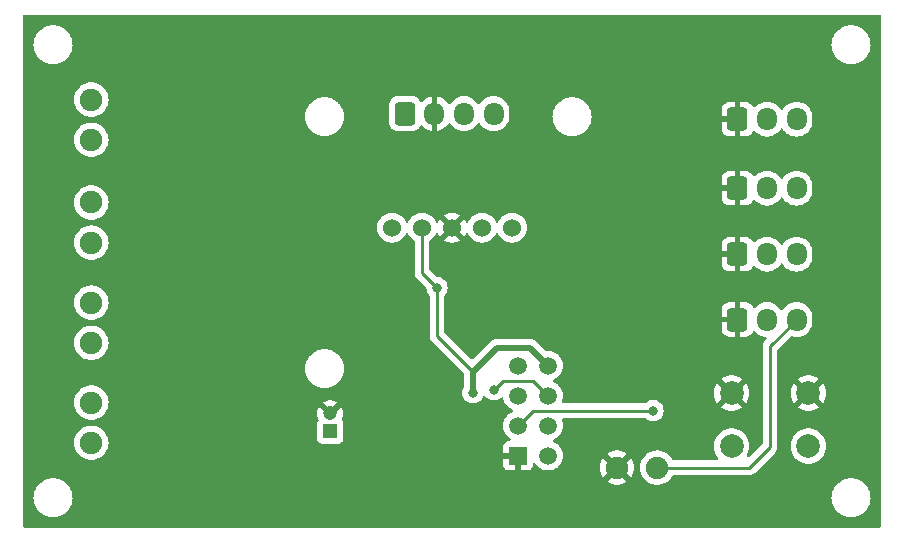
<source format=gbr>
%TF.GenerationSoftware,KiCad,Pcbnew,7.0.10*%
%TF.CreationDate,2025-04-06T19:51:51+02:00*%
%TF.ProjectId,auto_irrigator,6175746f-5f69-4727-9269-6761746f722e,rev?*%
%TF.SameCoordinates,Original*%
%TF.FileFunction,Copper,L2,Bot*%
%TF.FilePolarity,Positive*%
%FSLAX46Y46*%
G04 Gerber Fmt 4.6, Leading zero omitted, Abs format (unit mm)*
G04 Created by KiCad (PCBNEW 7.0.10) date 2025-04-06 19:51:51*
%MOMM*%
%LPD*%
G01*
G04 APERTURE LIST*
G04 Aperture macros list*
%AMRoundRect*
0 Rectangle with rounded corners*
0 $1 Rounding radius*
0 $2 $3 $4 $5 $6 $7 $8 $9 X,Y pos of 4 corners*
0 Add a 4 corners polygon primitive as box body*
4,1,4,$2,$3,$4,$5,$6,$7,$8,$9,$2,$3,0*
0 Add four circle primitives for the rounded corners*
1,1,$1+$1,$2,$3*
1,1,$1+$1,$4,$5*
1,1,$1+$1,$6,$7*
1,1,$1+$1,$8,$9*
0 Add four rect primitives between the rounded corners*
20,1,$1+$1,$2,$3,$4,$5,0*
20,1,$1+$1,$4,$5,$6,$7,0*
20,1,$1+$1,$6,$7,$8,$9,0*
20,1,$1+$1,$8,$9,$2,$3,0*%
G04 Aperture macros list end*
%TA.AperFunction,ComponentPad*%
%ADD10RoundRect,0.250000X-0.600000X-0.725000X0.600000X-0.725000X0.600000X0.725000X-0.600000X0.725000X0*%
%TD*%
%TA.AperFunction,ComponentPad*%
%ADD11O,1.700000X1.950000*%
%TD*%
%TA.AperFunction,ComponentPad*%
%ADD12C,1.905000*%
%TD*%
%TA.AperFunction,ComponentPad*%
%ADD13C,1.524000*%
%TD*%
%TA.AperFunction,ComponentPad*%
%ADD14C,2.000000*%
%TD*%
%TA.AperFunction,ComponentPad*%
%ADD15R,1.500000X1.500000*%
%TD*%
%TA.AperFunction,ComponentPad*%
%ADD16C,1.500000*%
%TD*%
%TA.AperFunction,ComponentPad*%
%ADD17R,1.200000X1.200000*%
%TD*%
%TA.AperFunction,ComponentPad*%
%ADD18C,1.200000*%
%TD*%
%TA.AperFunction,ViaPad*%
%ADD19C,0.800000*%
%TD*%
%TA.AperFunction,Conductor*%
%ADD20C,0.250000*%
%TD*%
%TA.AperFunction,Conductor*%
%ADD21C,0.500000*%
%TD*%
G04 APERTURE END LIST*
D10*
%TO.P,J7,1,Pin_1*%
%TO.N,GND*%
X193588000Y-78694000D03*
D11*
%TO.P,J7,2,Pin_2*%
%TO.N,Net-(J7-Pin_2)*%
X196088000Y-78694000D03*
%TO.P,J7,3,Pin_3*%
%TO.N,+12V*%
X198588000Y-78694000D03*
%TD*%
D12*
%TO.P,J2,1*%
%TO.N,+12V*%
X138880500Y-65610000D03*
%TO.P,J2,2*%
%TO.N,Net-(D3-A)*%
X138880500Y-69010000D03*
%TD*%
D13*
%TO.P,P1,1,VIN*%
%TO.N,unconnected-(P1-VIN-Pad1)*%
X164338000Y-76454000D03*
%TO.P,P1,2,3V3*%
%TO.N,+3V3*%
X166878000Y-76454000D03*
%TO.P,P1,3,GND*%
%TO.N,GND*%
X169418000Y-76454000D03*
%TO.P,P1,4,SWCLK*%
%TO.N,SWCLK*%
X171958000Y-76454000D03*
%TO.P,P1,5,SWDIO*%
%TO.N,SWDIO*%
X174498000Y-76454000D03*
%TD*%
D10*
%TO.P,J8,1,Pin_1*%
%TO.N,GND*%
X193588000Y-84236000D03*
D11*
%TO.P,J8,2,Pin_2*%
%TO.N,Net-(J8-Pin_2)*%
X196088000Y-84236000D03*
%TO.P,J8,3,Pin_3*%
%TO.N,+12V*%
X198588000Y-84236000D03*
%TD*%
D12*
%TO.P,J4,1*%
%TO.N,+12V*%
X138880500Y-82804000D03*
%TO.P,J4,2*%
%TO.N,Net-(D7-A)*%
X138880500Y-86204000D03*
%TD*%
D10*
%TO.P,J6,1,Pin_1*%
%TO.N,+3V3*%
X165434000Y-66802000D03*
D11*
%TO.P,J6,2,Pin_2*%
%TO.N,GND*%
X167934000Y-66802000D03*
%TO.P,J6,3,Pin_3*%
%TO.N,SDA*%
X170434000Y-66802000D03*
%TO.P,J6,4,Pin_4*%
%TO.N,SCL*%
X172934000Y-66802000D03*
%TD*%
D12*
%TO.P,J1,1*%
%TO.N,GND*%
X183388000Y-96774000D03*
%TO.P,J1,2*%
%TO.N,+12V*%
X186788000Y-96774000D03*
%TD*%
D10*
%TO.P,J9,1,Pin_1*%
%TO.N,GND*%
X193588000Y-67264000D03*
D11*
%TO.P,J9,2,Pin_2*%
%TO.N,Net-(J9-Pin_2)*%
X196088000Y-67264000D03*
%TO.P,J9,3,Pin_3*%
%TO.N,+12V*%
X198588000Y-67264000D03*
%TD*%
D12*
%TO.P,J5,1*%
%TO.N,+12V*%
X138880500Y-91264000D03*
%TO.P,J5,2*%
%TO.N,Net-(D8-A)*%
X138880500Y-94664000D03*
%TD*%
D14*
%TO.P,SW1,1,A*%
%TO.N,GND*%
X193092000Y-90460000D03*
X199592000Y-90460000D03*
%TO.P,SW1,2,B*%
%TO.N,STMNRST*%
X193092000Y-94960000D03*
X199592000Y-94960000D03*
%TD*%
D12*
%TO.P,J3,1*%
%TO.N,+12V*%
X138880500Y-74324000D03*
%TO.P,J3,2*%
%TO.N,Net-(D4-A)*%
X138880500Y-77724000D03*
%TD*%
D15*
%TO.P,U3,1,GND*%
%TO.N,GND*%
X175006000Y-95758000D03*
D16*
%TO.P,U3,2,IO2*%
%TO.N,STMNRST*%
X175006000Y-93218000D03*
%TO.P,U3,3,IO0*%
%TO.N,unconnected-(U3-IO0-Pad3)*%
X175006000Y-90678000D03*
%TO.P,U3,4,RXD*%
%TO.N,ESPRX*%
X175006000Y-88138000D03*
%TO.P,U3,5,TXD*%
%TO.N,ESPTX*%
X177546000Y-95758000D03*
%TO.P,U3,6,EN*%
%TO.N,Net-(U3-EN)*%
X177546000Y-93218000D03*
%TO.P,U3,7,~{RST}*%
%TO.N,ESPNRST*%
X177546000Y-90678000D03*
%TO.P,U3,8,VCC*%
%TO.N,+3V3*%
X177546000Y-88138000D03*
%TD*%
D17*
%TO.P,C3,1*%
%TO.N,+3V3*%
X159106000Y-93686600D03*
D18*
%TO.P,C3,2*%
%TO.N,GND*%
X159106000Y-92186600D03*
%TD*%
D10*
%TO.P,J10,1,Pin_1*%
%TO.N,GND*%
X193588000Y-73106000D03*
D11*
%TO.P,J10,2,Pin_2*%
%TO.N,Net-(J10-Pin_2)*%
X196088000Y-73106000D03*
%TO.P,J10,3,Pin_3*%
%TO.N,+12V*%
X198588000Y-73106000D03*
%TD*%
D19*
%TO.N,+3V3*%
X171191347Y-90428653D03*
X168148000Y-81534000D03*
%TO.N,GND*%
X163068000Y-88900000D03*
X167894000Y-70358000D03*
X172974000Y-94488000D03*
X143256000Y-88900000D03*
X143256000Y-75946000D03*
X150622000Y-80264000D03*
X185166000Y-94488000D03*
X143256000Y-71628000D03*
X150622000Y-88900000D03*
X166116000Y-97790000D03*
X157734000Y-80264000D03*
X179578000Y-94488000D03*
X167894000Y-63754000D03*
X189738000Y-86614000D03*
X143256000Y-92964000D03*
X166116000Y-93218000D03*
X189738000Y-81280000D03*
X143256000Y-80264000D03*
X143256000Y-84582000D03*
X143256000Y-67310000D03*
X150622000Y-71628000D03*
X189738000Y-76200000D03*
X177546000Y-86106000D03*
X189738000Y-71374000D03*
%TO.N,STMNRST*%
X186436000Y-91948000D03*
%TO.N,ESPNRST*%
X172978653Y-90165347D03*
%TD*%
D20*
%TO.N,+3V3*%
X171191347Y-90428653D02*
X171191347Y-88641347D01*
X168148000Y-85598000D02*
X168148000Y-81534000D01*
D21*
X171191347Y-88650653D02*
X173228000Y-86614000D01*
D20*
X166878000Y-80264000D02*
X166878000Y-76454000D01*
X171191347Y-88641347D02*
X168148000Y-85598000D01*
D21*
X173228000Y-86614000D02*
X176022000Y-86614000D01*
X171191347Y-90428653D02*
X171191347Y-88650653D01*
X176022000Y-86614000D02*
X177546000Y-88138000D01*
D20*
X168148000Y-81534000D02*
X166878000Y-80264000D01*
%TO.N,STMNRST*%
X176276000Y-91948000D02*
X186436000Y-91948000D01*
X175006000Y-93218000D02*
X176276000Y-91948000D01*
%TO.N,+12V*%
X196342000Y-94996000D02*
X194564000Y-96774000D01*
X194564000Y-96774000D02*
X186788000Y-96774000D01*
X198588000Y-84236000D02*
X196342000Y-86482000D01*
X196342000Y-86482000D02*
X196342000Y-94996000D01*
%TO.N,ESPNRST*%
X172978653Y-90165347D02*
X173736000Y-89408000D01*
X173736000Y-89408000D02*
X176276000Y-89408000D01*
X176276000Y-89408000D02*
X177546000Y-90678000D01*
%TD*%
%TA.AperFunction,Conductor*%
%TO.N,GND*%
G36*
X205683039Y-58439685D02*
G01*
X205728794Y-58492489D01*
X205740000Y-58544000D01*
X205740000Y-101730000D01*
X205720315Y-101797039D01*
X205667511Y-101842794D01*
X205616000Y-101854000D01*
X133220000Y-101854000D01*
X133152961Y-101834315D01*
X133107206Y-101781511D01*
X133096000Y-101730000D01*
X133096000Y-99313999D01*
X133980396Y-99313999D01*
X133988161Y-99412664D01*
X133988543Y-99422393D01*
X133988543Y-99443664D01*
X133991868Y-99464664D01*
X133993012Y-99474323D01*
X133998571Y-99544944D01*
X134000779Y-99572994D01*
X134000779Y-99572997D01*
X134000780Y-99572999D01*
X134023882Y-99669230D01*
X134025781Y-99678773D01*
X134029109Y-99699783D01*
X134035680Y-99720007D01*
X134038322Y-99729373D01*
X134060974Y-99823724D01*
X134061427Y-99825610D01*
X134089522Y-99893437D01*
X134099300Y-99917044D01*
X134102667Y-99926171D01*
X134109241Y-99946402D01*
X134109244Y-99946409D01*
X134118892Y-99965343D01*
X134122969Y-99974186D01*
X134160845Y-100065628D01*
X134212561Y-100150020D01*
X134217320Y-100158518D01*
X134226966Y-100177451D01*
X134226972Y-100177461D01*
X134239468Y-100194661D01*
X134244875Y-100202753D01*
X134296584Y-100287134D01*
X134296585Y-100287136D01*
X134296586Y-100287138D01*
X134296588Y-100287140D01*
X134360873Y-100362409D01*
X134366885Y-100370034D01*
X134376132Y-100382762D01*
X134379389Y-100387245D01*
X134394421Y-100402277D01*
X134401030Y-100409426D01*
X134465311Y-100484689D01*
X134540565Y-100548962D01*
X134540572Y-100548968D01*
X134547718Y-100555574D01*
X134562754Y-100570610D01*
X134579968Y-100583117D01*
X134587590Y-100589126D01*
X134662860Y-100653412D01*
X134662862Y-100653413D01*
X134662863Y-100653414D01*
X134662864Y-100653415D01*
X134747249Y-100705126D01*
X134755345Y-100710535D01*
X134772539Y-100723028D01*
X134772541Y-100723029D01*
X134772544Y-100723031D01*
X134791105Y-100732488D01*
X134791491Y-100732685D01*
X134799985Y-100737442D01*
X134884363Y-100789149D01*
X134884372Y-100789154D01*
X134975830Y-100827037D01*
X134984623Y-100831090D01*
X135003596Y-100840758D01*
X135023832Y-100847333D01*
X135032946Y-100850695D01*
X135124390Y-100888573D01*
X135124400Y-100888575D01*
X135124402Y-100888576D01*
X135139500Y-100892200D01*
X135220634Y-100911679D01*
X135229993Y-100914319D01*
X135241006Y-100917897D01*
X135250220Y-100920891D01*
X135271242Y-100924220D01*
X135280748Y-100926111D01*
X135377006Y-100949221D01*
X135475677Y-100956986D01*
X135485329Y-100958128D01*
X135506342Y-100961457D01*
X135527606Y-100961457D01*
X135537335Y-100961839D01*
X135636000Y-100969604D01*
X135734665Y-100961839D01*
X135744394Y-100961457D01*
X135765656Y-100961457D01*
X135765658Y-100961457D01*
X135786667Y-100958129D01*
X135796317Y-100956986D01*
X135894994Y-100949221D01*
X135991256Y-100926110D01*
X136000757Y-100924220D01*
X136021780Y-100920891D01*
X136042038Y-100914308D01*
X136051342Y-100911684D01*
X136125270Y-100893936D01*
X136147595Y-100888577D01*
X136147598Y-100888575D01*
X136147610Y-100888573D01*
X136239068Y-100850689D01*
X136248154Y-100847337D01*
X136268404Y-100840758D01*
X136287392Y-100831082D01*
X136296157Y-100827042D01*
X136387628Y-100789154D01*
X136387633Y-100789150D01*
X136387637Y-100789149D01*
X136411472Y-100774542D01*
X136472035Y-100737429D01*
X136480485Y-100732696D01*
X136499456Y-100723031D01*
X136516670Y-100710524D01*
X136524732Y-100705136D01*
X136609140Y-100653412D01*
X136684436Y-100589102D01*
X136692017Y-100583127D01*
X136709246Y-100570610D01*
X136724306Y-100555549D01*
X136731407Y-100548985D01*
X136806689Y-100484689D01*
X136870985Y-100409407D01*
X136877549Y-100402306D01*
X136892610Y-100387246D01*
X136905127Y-100370017D01*
X136911102Y-100362436D01*
X136975412Y-100287140D01*
X137027136Y-100202732D01*
X137032524Y-100194670D01*
X137045031Y-100177456D01*
X137054696Y-100158485D01*
X137059429Y-100150035D01*
X137096542Y-100089472D01*
X137111149Y-100065637D01*
X137111150Y-100065633D01*
X137111154Y-100065628D01*
X137149042Y-99974157D01*
X137153082Y-99965392D01*
X137162758Y-99946404D01*
X137169337Y-99926154D01*
X137172689Y-99917068D01*
X137210573Y-99825610D01*
X137233684Y-99729342D01*
X137236308Y-99720038D01*
X137242891Y-99699780D01*
X137246220Y-99678757D01*
X137248110Y-99669256D01*
X137271221Y-99572994D01*
X137278986Y-99474320D01*
X137280131Y-99464655D01*
X137283457Y-99443658D01*
X137284068Y-99412475D01*
X137284423Y-99405244D01*
X137291604Y-99314000D01*
X137291604Y-99313999D01*
X201544396Y-99313999D01*
X201552161Y-99412664D01*
X201552543Y-99422393D01*
X201552543Y-99443664D01*
X201555868Y-99464664D01*
X201557012Y-99474323D01*
X201562571Y-99544944D01*
X201564779Y-99572994D01*
X201564779Y-99572997D01*
X201564780Y-99572999D01*
X201587882Y-99669230D01*
X201589781Y-99678773D01*
X201593109Y-99699783D01*
X201599680Y-99720007D01*
X201602322Y-99729373D01*
X201624974Y-99823724D01*
X201625427Y-99825610D01*
X201653522Y-99893437D01*
X201663300Y-99917044D01*
X201666667Y-99926171D01*
X201673241Y-99946402D01*
X201673244Y-99946409D01*
X201682892Y-99965343D01*
X201686969Y-99974186D01*
X201724845Y-100065628D01*
X201776561Y-100150020D01*
X201781320Y-100158518D01*
X201790966Y-100177451D01*
X201790972Y-100177461D01*
X201803468Y-100194661D01*
X201808875Y-100202753D01*
X201860584Y-100287134D01*
X201860585Y-100287136D01*
X201860586Y-100287138D01*
X201860588Y-100287140D01*
X201924873Y-100362409D01*
X201930885Y-100370034D01*
X201940132Y-100382762D01*
X201943389Y-100387245D01*
X201958421Y-100402277D01*
X201965030Y-100409426D01*
X202029311Y-100484689D01*
X202104565Y-100548962D01*
X202104572Y-100548968D01*
X202111718Y-100555574D01*
X202126754Y-100570610D01*
X202143968Y-100583117D01*
X202151590Y-100589126D01*
X202226860Y-100653412D01*
X202226862Y-100653413D01*
X202226863Y-100653414D01*
X202226864Y-100653415D01*
X202311249Y-100705126D01*
X202319345Y-100710535D01*
X202336539Y-100723028D01*
X202336541Y-100723029D01*
X202336544Y-100723031D01*
X202355105Y-100732488D01*
X202355491Y-100732685D01*
X202363985Y-100737442D01*
X202448363Y-100789149D01*
X202448372Y-100789154D01*
X202539830Y-100827037D01*
X202548623Y-100831090D01*
X202567596Y-100840758D01*
X202587832Y-100847333D01*
X202596946Y-100850695D01*
X202688390Y-100888573D01*
X202688400Y-100888575D01*
X202688402Y-100888576D01*
X202703500Y-100892200D01*
X202784634Y-100911679D01*
X202793993Y-100914319D01*
X202805006Y-100917897D01*
X202814220Y-100920891D01*
X202835242Y-100924220D01*
X202844748Y-100926111D01*
X202941006Y-100949221D01*
X203039677Y-100956986D01*
X203049329Y-100958128D01*
X203070342Y-100961457D01*
X203091606Y-100961457D01*
X203101335Y-100961839D01*
X203200000Y-100969604D01*
X203298665Y-100961839D01*
X203308394Y-100961457D01*
X203329656Y-100961457D01*
X203329658Y-100961457D01*
X203350667Y-100958129D01*
X203360317Y-100956986D01*
X203458994Y-100949221D01*
X203555256Y-100926110D01*
X203564757Y-100924220D01*
X203585780Y-100920891D01*
X203606038Y-100914308D01*
X203615342Y-100911684D01*
X203689270Y-100893936D01*
X203711595Y-100888577D01*
X203711598Y-100888575D01*
X203711610Y-100888573D01*
X203803068Y-100850689D01*
X203812154Y-100847337D01*
X203832404Y-100840758D01*
X203851392Y-100831082D01*
X203860157Y-100827042D01*
X203951628Y-100789154D01*
X203951633Y-100789150D01*
X203951637Y-100789149D01*
X203975472Y-100774542D01*
X204036035Y-100737429D01*
X204044485Y-100732696D01*
X204063456Y-100723031D01*
X204080670Y-100710524D01*
X204088732Y-100705136D01*
X204173140Y-100653412D01*
X204248436Y-100589102D01*
X204256017Y-100583127D01*
X204273246Y-100570610D01*
X204288306Y-100555549D01*
X204295407Y-100548985D01*
X204370689Y-100484689D01*
X204434985Y-100409407D01*
X204441549Y-100402306D01*
X204456610Y-100387246D01*
X204469127Y-100370017D01*
X204475102Y-100362436D01*
X204539412Y-100287140D01*
X204591136Y-100202732D01*
X204596524Y-100194670D01*
X204609031Y-100177456D01*
X204618696Y-100158485D01*
X204623429Y-100150035D01*
X204660542Y-100089472D01*
X204675149Y-100065637D01*
X204675150Y-100065633D01*
X204675154Y-100065628D01*
X204713042Y-99974157D01*
X204717082Y-99965392D01*
X204726758Y-99946404D01*
X204733337Y-99926154D01*
X204736689Y-99917068D01*
X204774573Y-99825610D01*
X204797684Y-99729342D01*
X204800308Y-99720038D01*
X204806891Y-99699780D01*
X204810220Y-99678757D01*
X204812110Y-99669256D01*
X204835221Y-99572994D01*
X204842986Y-99474320D01*
X204844131Y-99464655D01*
X204847457Y-99443658D01*
X204848068Y-99412475D01*
X204848423Y-99405244D01*
X204855604Y-99314000D01*
X204848423Y-99222759D01*
X204848068Y-99215520D01*
X204847457Y-99184342D01*
X204844130Y-99163335D01*
X204842986Y-99153674D01*
X204835221Y-99055011D01*
X204835221Y-99055006D01*
X204812111Y-98958748D01*
X204810218Y-98949227D01*
X204806891Y-98928220D01*
X204800319Y-98907993D01*
X204797679Y-98898634D01*
X204774573Y-98802390D01*
X204736695Y-98710946D01*
X204733333Y-98701832D01*
X204726758Y-98681596D01*
X204717090Y-98662623D01*
X204713037Y-98653830D01*
X204675154Y-98562372D01*
X204623441Y-98477983D01*
X204618685Y-98469491D01*
X204618488Y-98469105D01*
X204609031Y-98450544D01*
X204609028Y-98450540D01*
X204609028Y-98450539D01*
X204596535Y-98433345D01*
X204591126Y-98425249D01*
X204539415Y-98340864D01*
X204539414Y-98340863D01*
X204539413Y-98340862D01*
X204539412Y-98340860D01*
X204475126Y-98265590D01*
X204469117Y-98257968D01*
X204456610Y-98240754D01*
X204441577Y-98225721D01*
X204434968Y-98218572D01*
X204434965Y-98218568D01*
X204370689Y-98143311D01*
X204312127Y-98093294D01*
X204295426Y-98079030D01*
X204288277Y-98072421D01*
X204273245Y-98057389D01*
X204268762Y-98054132D01*
X204256033Y-98044884D01*
X204248409Y-98038873D01*
X204173140Y-97974588D01*
X204173138Y-97974586D01*
X204173136Y-97974585D01*
X204173134Y-97974584D01*
X204088753Y-97922875D01*
X204080661Y-97917468D01*
X204063461Y-97904972D01*
X204063451Y-97904966D01*
X204053441Y-97899866D01*
X204044510Y-97895315D01*
X204036020Y-97890561D01*
X203951628Y-97838845D01*
X203860186Y-97800969D01*
X203851343Y-97796892D01*
X203832409Y-97787244D01*
X203832402Y-97787241D01*
X203812171Y-97780667D01*
X203803044Y-97777300D01*
X203779437Y-97767522D01*
X203711610Y-97739427D01*
X203711604Y-97739425D01*
X203711603Y-97739425D01*
X203615373Y-97716322D01*
X203606007Y-97713680D01*
X203585783Y-97707109D01*
X203564773Y-97703781D01*
X203555230Y-97701882D01*
X203458999Y-97678780D01*
X203459000Y-97678780D01*
X203458997Y-97678779D01*
X203458994Y-97678779D01*
X203433650Y-97676784D01*
X203360323Y-97671012D01*
X203350664Y-97669868D01*
X203329664Y-97666543D01*
X203329658Y-97666543D01*
X203308394Y-97666543D01*
X203298665Y-97666161D01*
X203200000Y-97658396D01*
X203101335Y-97666161D01*
X203091606Y-97666543D01*
X203070343Y-97666543D01*
X203070342Y-97666543D01*
X203067899Y-97666929D01*
X203049335Y-97669869D01*
X203039677Y-97671012D01*
X202966349Y-97676784D01*
X202941006Y-97678779D01*
X202941002Y-97678779D01*
X202941000Y-97678780D01*
X202844770Y-97701882D01*
X202835227Y-97703781D01*
X202814222Y-97707108D01*
X202794003Y-97713678D01*
X202784636Y-97716319D01*
X202688395Y-97739425D01*
X202688383Y-97739429D01*
X202596953Y-97777301D01*
X202587820Y-97780670D01*
X202567605Y-97787238D01*
X202567589Y-97787245D01*
X202548650Y-97796895D01*
X202539809Y-97800971D01*
X202448379Y-97838842D01*
X202448376Y-97838843D01*
X202363983Y-97890558D01*
X202355498Y-97895310D01*
X202336540Y-97904970D01*
X202319340Y-97917467D01*
X202311249Y-97922873D01*
X202226862Y-97974585D01*
X202226858Y-97974588D01*
X202151604Y-98038861D01*
X202143964Y-98044884D01*
X202126760Y-98057384D01*
X202126749Y-98057393D01*
X202111709Y-98072432D01*
X202104568Y-98079033D01*
X202029310Y-98143310D01*
X201965033Y-98218568D01*
X201958432Y-98225709D01*
X201943393Y-98240749D01*
X201943384Y-98240760D01*
X201930884Y-98257964D01*
X201924861Y-98265604D01*
X201860588Y-98340858D01*
X201860585Y-98340862D01*
X201808873Y-98425249D01*
X201803467Y-98433340D01*
X201790970Y-98450540D01*
X201781310Y-98469498D01*
X201776558Y-98477983D01*
X201724843Y-98562376D01*
X201724842Y-98562379D01*
X201686971Y-98653809D01*
X201682895Y-98662650D01*
X201673245Y-98681589D01*
X201673238Y-98681605D01*
X201666670Y-98701820D01*
X201663301Y-98710953D01*
X201625429Y-98802383D01*
X201625425Y-98802395D01*
X201602319Y-98898636D01*
X201599678Y-98908003D01*
X201593108Y-98928222D01*
X201589781Y-98949227D01*
X201587882Y-98958770D01*
X201564780Y-99055000D01*
X201564779Y-99055006D01*
X201564779Y-99055011D01*
X201557012Y-99153677D01*
X201555869Y-99163335D01*
X201552543Y-99184343D01*
X201552543Y-99205605D01*
X201552161Y-99215333D01*
X201544396Y-99313999D01*
X137291604Y-99313999D01*
X137284423Y-99222759D01*
X137284068Y-99215520D01*
X137283457Y-99184342D01*
X137280130Y-99163335D01*
X137278986Y-99153674D01*
X137271221Y-99055011D01*
X137271221Y-99055006D01*
X137248111Y-98958748D01*
X137246218Y-98949227D01*
X137242891Y-98928220D01*
X137236319Y-98907993D01*
X137233679Y-98898634D01*
X137210573Y-98802390D01*
X137172695Y-98710946D01*
X137169333Y-98701832D01*
X137162758Y-98681596D01*
X137153090Y-98662623D01*
X137149037Y-98653830D01*
X137111154Y-98562372D01*
X137059441Y-98477983D01*
X137054685Y-98469491D01*
X137054488Y-98469105D01*
X137045031Y-98450544D01*
X137045028Y-98450540D01*
X137045028Y-98450539D01*
X137032535Y-98433345D01*
X137027126Y-98425249D01*
X136975415Y-98340864D01*
X136975414Y-98340863D01*
X136975413Y-98340862D01*
X136975412Y-98340860D01*
X136911126Y-98265590D01*
X136905117Y-98257968D01*
X136892610Y-98240754D01*
X136877577Y-98225721D01*
X136870968Y-98218572D01*
X136870965Y-98218568D01*
X136806689Y-98143311D01*
X136748127Y-98093294D01*
X136731426Y-98079030D01*
X136724277Y-98072421D01*
X136709245Y-98057389D01*
X136704762Y-98054132D01*
X136692033Y-98044884D01*
X136684409Y-98038873D01*
X136609140Y-97974588D01*
X136609138Y-97974586D01*
X136609136Y-97974585D01*
X136609134Y-97974584D01*
X136524753Y-97922875D01*
X136516661Y-97917468D01*
X136499461Y-97904972D01*
X136499451Y-97904966D01*
X136489441Y-97899866D01*
X136480510Y-97895315D01*
X136472020Y-97890561D01*
X136387628Y-97838845D01*
X136296186Y-97800969D01*
X136287343Y-97796892D01*
X136268409Y-97787244D01*
X136268402Y-97787241D01*
X136248171Y-97780667D01*
X136239044Y-97777300D01*
X136215437Y-97767522D01*
X136147610Y-97739427D01*
X136147604Y-97739425D01*
X136147603Y-97739425D01*
X136051373Y-97716322D01*
X136042007Y-97713680D01*
X136021783Y-97707109D01*
X136000773Y-97703781D01*
X135991230Y-97701882D01*
X135894999Y-97678780D01*
X135895000Y-97678780D01*
X135894997Y-97678779D01*
X135894994Y-97678779D01*
X135869650Y-97676784D01*
X135796323Y-97671012D01*
X135786664Y-97669868D01*
X135765664Y-97666543D01*
X135765658Y-97666543D01*
X135744394Y-97666543D01*
X135734665Y-97666161D01*
X135636000Y-97658396D01*
X135537335Y-97666161D01*
X135527606Y-97666543D01*
X135506343Y-97666543D01*
X135506342Y-97666543D01*
X135503899Y-97666929D01*
X135485335Y-97669869D01*
X135475677Y-97671012D01*
X135402349Y-97676784D01*
X135377006Y-97678779D01*
X135377002Y-97678779D01*
X135377000Y-97678780D01*
X135280770Y-97701882D01*
X135271227Y-97703781D01*
X135250222Y-97707108D01*
X135230003Y-97713678D01*
X135220636Y-97716319D01*
X135124395Y-97739425D01*
X135124383Y-97739429D01*
X135032953Y-97777301D01*
X135023820Y-97780670D01*
X135003605Y-97787238D01*
X135003589Y-97787245D01*
X134984650Y-97796895D01*
X134975809Y-97800971D01*
X134884379Y-97838842D01*
X134884376Y-97838843D01*
X134799983Y-97890558D01*
X134791498Y-97895310D01*
X134772540Y-97904970D01*
X134755340Y-97917467D01*
X134747249Y-97922873D01*
X134662862Y-97974585D01*
X134662858Y-97974588D01*
X134587604Y-98038861D01*
X134579964Y-98044884D01*
X134562760Y-98057384D01*
X134562749Y-98057393D01*
X134547709Y-98072432D01*
X134540568Y-98079033D01*
X134465310Y-98143310D01*
X134401033Y-98218568D01*
X134394432Y-98225709D01*
X134379393Y-98240749D01*
X134379384Y-98240760D01*
X134366884Y-98257964D01*
X134360861Y-98265604D01*
X134296588Y-98340858D01*
X134296585Y-98340862D01*
X134244873Y-98425249D01*
X134239467Y-98433340D01*
X134226970Y-98450540D01*
X134217310Y-98469498D01*
X134212558Y-98477983D01*
X134160843Y-98562376D01*
X134160842Y-98562379D01*
X134122971Y-98653809D01*
X134118895Y-98662650D01*
X134109245Y-98681589D01*
X134109238Y-98681605D01*
X134102670Y-98701820D01*
X134099301Y-98710953D01*
X134061429Y-98802383D01*
X134061425Y-98802395D01*
X134038319Y-98898636D01*
X134035678Y-98908003D01*
X134029108Y-98928222D01*
X134025781Y-98949227D01*
X134023882Y-98958770D01*
X134000780Y-99055000D01*
X134000779Y-99055006D01*
X134000779Y-99055011D01*
X133993012Y-99153677D01*
X133991869Y-99163335D01*
X133988543Y-99184343D01*
X133988543Y-99205605D01*
X133988161Y-99215333D01*
X133980396Y-99313999D01*
X133096000Y-99313999D01*
X133096000Y-94664005D01*
X137422520Y-94664005D01*
X137442404Y-94903972D01*
X137442404Y-94903975D01*
X137442405Y-94903976D01*
X137501517Y-95137405D01*
X137598245Y-95357922D01*
X137729949Y-95559510D01*
X137893037Y-95736671D01*
X138049016Y-95858074D01*
X138075246Y-95878490D01*
X138083061Y-95884572D01*
X138294836Y-95999179D01*
X138413098Y-96039778D01*
X138522583Y-96077365D01*
X138522585Y-96077365D01*
X138522587Y-96077366D01*
X138760101Y-96117000D01*
X138760102Y-96117000D01*
X139000898Y-96117000D01*
X139000899Y-96117000D01*
X139238413Y-96077366D01*
X139466164Y-95999179D01*
X139677939Y-95884572D01*
X139867963Y-95736671D01*
X140031051Y-95559510D01*
X140162755Y-95357922D01*
X140259483Y-95137405D01*
X140318595Y-94903976D01*
X140336695Y-94685547D01*
X140338480Y-94664005D01*
X140338480Y-94663994D01*
X140318595Y-94424027D01*
X140318595Y-94424024D01*
X140259483Y-94190595D01*
X140162755Y-93970078D01*
X140031051Y-93768490D01*
X139867963Y-93591329D01*
X139733858Y-93486951D01*
X139677941Y-93443429D01*
X139466165Y-93328821D01*
X139466156Y-93328818D01*
X139238416Y-93250634D01*
X139060277Y-93220908D01*
X139000899Y-93211000D01*
X138760101Y-93211000D01*
X138718170Y-93217997D01*
X138522583Y-93250634D01*
X138294843Y-93328818D01*
X138294834Y-93328821D01*
X138083058Y-93443429D01*
X137948956Y-93547805D01*
X137893037Y-93591329D01*
X137893034Y-93591331D01*
X137893034Y-93591332D01*
X137729949Y-93768490D01*
X137598243Y-93970081D01*
X137501517Y-94190594D01*
X137442404Y-94424027D01*
X137422520Y-94663994D01*
X137422520Y-94664005D01*
X133096000Y-94664005D01*
X133096000Y-91264005D01*
X137422520Y-91264005D01*
X137442404Y-91503972D01*
X137501517Y-91737405D01*
X137587434Y-91933277D01*
X137598245Y-91957922D01*
X137729949Y-92159510D01*
X137893037Y-92336671D01*
X138041819Y-92452472D01*
X138077461Y-92480214D01*
X138083061Y-92484572D01*
X138294836Y-92599179D01*
X138413098Y-92639778D01*
X138522583Y-92677365D01*
X138522585Y-92677365D01*
X138522587Y-92677366D01*
X138760101Y-92717000D01*
X138760102Y-92717000D01*
X139000898Y-92717000D01*
X139000899Y-92717000D01*
X139238413Y-92677366D01*
X139466164Y-92599179D01*
X139677939Y-92484572D01*
X139867963Y-92336671D01*
X140006113Y-92186600D01*
X158001287Y-92186600D01*
X158020096Y-92389589D01*
X158020097Y-92389591D01*
X158075884Y-92585663D01*
X158075890Y-92585678D01*
X158113688Y-92661585D01*
X158125949Y-92730370D01*
X158101955Y-92791168D01*
X158062204Y-92844268D01*
X158062202Y-92844271D01*
X158011908Y-92979117D01*
X158005501Y-93038716D01*
X158005501Y-93038723D01*
X158005500Y-93038735D01*
X158005500Y-94334470D01*
X158005501Y-94334476D01*
X158011908Y-94394083D01*
X158062202Y-94528928D01*
X158062206Y-94528935D01*
X158148452Y-94644144D01*
X158148455Y-94644147D01*
X158263664Y-94730393D01*
X158263671Y-94730397D01*
X158398517Y-94780691D01*
X158398516Y-94780691D01*
X158405444Y-94781435D01*
X158458127Y-94787100D01*
X159753872Y-94787099D01*
X159813483Y-94780691D01*
X159948331Y-94730396D01*
X160063546Y-94644146D01*
X160149796Y-94528931D01*
X160200091Y-94394083D01*
X160206500Y-94334473D01*
X160206499Y-93038728D01*
X160200091Y-92979117D01*
X160149796Y-92844269D01*
X160110044Y-92791167D01*
X160085627Y-92725703D01*
X160098311Y-92661583D01*
X160136114Y-92585664D01*
X160136115Y-92585663D01*
X160191902Y-92389591D01*
X160191903Y-92389589D01*
X160210713Y-92186600D01*
X160210713Y-92186599D01*
X160191903Y-91983610D01*
X160191902Y-91983607D01*
X160136116Y-91787536D01*
X160136113Y-91787530D01*
X160045249Y-91605049D01*
X160045247Y-91605047D01*
X160043465Y-91602687D01*
X159401346Y-92244805D01*
X159409895Y-92214760D01*
X159399546Y-92103079D01*
X159349552Y-92002678D01*
X159266666Y-91927116D01*
X159162080Y-91886600D01*
X159078198Y-91886600D01*
X158995750Y-91902012D01*
X158900390Y-91961057D01*
X158832799Y-92050562D01*
X158802105Y-92158440D01*
X158810052Y-92244206D01*
X158168533Y-91602687D01*
X158166755Y-91605042D01*
X158166754Y-91605043D01*
X158075886Y-91787530D01*
X158075883Y-91787536D01*
X158020097Y-91983607D01*
X158020096Y-91983610D01*
X158001287Y-92186599D01*
X158001287Y-92186600D01*
X140006113Y-92186600D01*
X140031051Y-92159510D01*
X140162755Y-91957922D01*
X140259483Y-91737405D01*
X140318595Y-91503976D01*
X140333081Y-91329153D01*
X140338480Y-91264005D01*
X140338480Y-91263994D01*
X140337516Y-91252358D01*
X158525311Y-91252358D01*
X159106000Y-91833046D01*
X159106001Y-91833046D01*
X159686687Y-91252358D01*
X159598413Y-91197701D01*
X159598411Y-91197700D01*
X159408321Y-91124060D01*
X159207928Y-91086600D01*
X159004072Y-91086600D01*
X158803678Y-91124060D01*
X158613588Y-91197700D01*
X158613581Y-91197704D01*
X158525312Y-91252357D01*
X158525311Y-91252358D01*
X140337516Y-91252358D01*
X140323780Y-91086600D01*
X140318595Y-91024024D01*
X140259483Y-90790595D01*
X140162755Y-90570078D01*
X140031051Y-90368490D01*
X139867963Y-90191329D01*
X139699705Y-90060369D01*
X139677941Y-90043429D01*
X139466165Y-89928821D01*
X139466156Y-89928818D01*
X139238416Y-89850634D01*
X139027518Y-89815442D01*
X139000899Y-89811000D01*
X138760101Y-89811000D01*
X138733482Y-89815442D01*
X138522583Y-89850634D01*
X138294843Y-89928818D01*
X138294834Y-89928821D01*
X138083058Y-90043429D01*
X137959185Y-90139844D01*
X137893037Y-90191329D01*
X137893034Y-90191331D01*
X137893034Y-90191332D01*
X137729949Y-90368490D01*
X137598243Y-90570081D01*
X137501517Y-90790594D01*
X137442404Y-91024027D01*
X137422520Y-91263994D01*
X137422520Y-91264005D01*
X133096000Y-91264005D01*
X133096000Y-88391999D01*
X156966396Y-88391999D01*
X156974161Y-88490664D01*
X156974543Y-88500393D01*
X156974543Y-88521664D01*
X156977868Y-88542664D01*
X156979012Y-88552323D01*
X156983226Y-88605853D01*
X156986779Y-88650994D01*
X156986779Y-88650997D01*
X156986780Y-88650999D01*
X157009882Y-88747230D01*
X157011781Y-88756773D01*
X157015109Y-88777783D01*
X157021680Y-88798007D01*
X157024322Y-88807373D01*
X157035880Y-88855514D01*
X157047427Y-88903610D01*
X157064522Y-88944881D01*
X157085300Y-88995044D01*
X157088667Y-89004171D01*
X157095241Y-89024402D01*
X157095244Y-89024409D01*
X157104892Y-89043343D01*
X157108969Y-89052186D01*
X157146845Y-89143628D01*
X157198561Y-89228020D01*
X157203320Y-89236518D01*
X157212966Y-89255451D01*
X157212972Y-89255461D01*
X157225468Y-89272661D01*
X157230875Y-89280753D01*
X157282584Y-89365134D01*
X157282585Y-89365136D01*
X157282586Y-89365138D01*
X157282588Y-89365140D01*
X157346873Y-89440409D01*
X157352885Y-89448034D01*
X157362132Y-89460762D01*
X157365389Y-89465245D01*
X157380421Y-89480277D01*
X157387030Y-89487426D01*
X157451311Y-89562689D01*
X157526565Y-89626962D01*
X157526572Y-89626968D01*
X157533718Y-89633574D01*
X157548754Y-89648610D01*
X157565968Y-89661117D01*
X157573590Y-89667126D01*
X157648860Y-89731412D01*
X157648862Y-89731413D01*
X157648863Y-89731414D01*
X157648864Y-89731415D01*
X157733249Y-89783126D01*
X157741345Y-89788535D01*
X157758539Y-89801028D01*
X157758541Y-89801029D01*
X157758544Y-89801031D01*
X157771415Y-89807589D01*
X157777491Y-89810685D01*
X157785985Y-89815442D01*
X157870363Y-89867149D01*
X157870372Y-89867154D01*
X157961830Y-89905037D01*
X157970623Y-89909090D01*
X157989596Y-89918758D01*
X158009832Y-89925333D01*
X158018946Y-89928695D01*
X158110390Y-89966573D01*
X158110400Y-89966575D01*
X158110402Y-89966576D01*
X158125500Y-89970200D01*
X158206634Y-89989679D01*
X158215993Y-89992319D01*
X158227006Y-89995897D01*
X158236220Y-89998891D01*
X158257242Y-90002220D01*
X158266748Y-90004111D01*
X158363006Y-90027221D01*
X158461677Y-90034986D01*
X158471329Y-90036128D01*
X158492342Y-90039457D01*
X158513606Y-90039457D01*
X158523335Y-90039839D01*
X158622000Y-90047604D01*
X158720665Y-90039839D01*
X158730394Y-90039457D01*
X158751656Y-90039457D01*
X158751658Y-90039457D01*
X158772667Y-90036129D01*
X158782317Y-90034986D01*
X158880994Y-90027221D01*
X158977256Y-90004110D01*
X158986757Y-90002220D01*
X159007780Y-89998891D01*
X159028038Y-89992308D01*
X159037342Y-89989684D01*
X159113996Y-89971282D01*
X159133595Y-89966577D01*
X159133598Y-89966575D01*
X159133610Y-89966573D01*
X159225068Y-89928689D01*
X159234154Y-89925337D01*
X159254404Y-89918758D01*
X159273392Y-89909082D01*
X159282157Y-89905042D01*
X159373628Y-89867154D01*
X159373633Y-89867150D01*
X159373637Y-89867149D01*
X159400586Y-89850634D01*
X159458035Y-89815429D01*
X159466485Y-89810696D01*
X159485456Y-89801031D01*
X159502670Y-89788524D01*
X159510732Y-89783136D01*
X159595140Y-89731412D01*
X159670436Y-89667102D01*
X159678017Y-89661127D01*
X159695246Y-89648610D01*
X159710306Y-89633549D01*
X159717407Y-89626985D01*
X159792689Y-89562689D01*
X159856985Y-89487407D01*
X159863549Y-89480306D01*
X159878610Y-89465246D01*
X159891127Y-89448017D01*
X159897102Y-89440436D01*
X159961412Y-89365140D01*
X160013136Y-89280732D01*
X160018524Y-89272670D01*
X160031031Y-89255456D01*
X160040696Y-89236485D01*
X160045429Y-89228035D01*
X160082542Y-89167472D01*
X160097149Y-89143637D01*
X160097150Y-89143633D01*
X160097154Y-89143628D01*
X160135042Y-89052157D01*
X160139082Y-89043392D01*
X160148758Y-89024404D01*
X160155337Y-89004154D01*
X160158689Y-88995068D01*
X160196573Y-88903610D01*
X160219684Y-88807342D01*
X160222308Y-88798038D01*
X160228891Y-88777780D01*
X160232220Y-88756757D01*
X160234110Y-88747256D01*
X160257221Y-88650994D01*
X160264986Y-88552320D01*
X160266131Y-88542655D01*
X160269457Y-88521658D01*
X160270068Y-88490475D01*
X160270423Y-88483244D01*
X160277604Y-88392000D01*
X160270423Y-88300759D01*
X160270068Y-88293520D01*
X160269457Y-88262342D01*
X160266130Y-88241335D01*
X160264986Y-88231674D01*
X160257614Y-88138000D01*
X160257221Y-88133006D01*
X160234111Y-88036748D01*
X160232218Y-88027227D01*
X160228891Y-88006220D01*
X160222319Y-87985993D01*
X160219679Y-87976634D01*
X160196573Y-87880390D01*
X160158695Y-87788946D01*
X160155333Y-87779832D01*
X160148758Y-87759596D01*
X160139090Y-87740623D01*
X160135037Y-87731830D01*
X160097154Y-87640372D01*
X160083949Y-87618824D01*
X160045442Y-87555985D01*
X160040685Y-87547491D01*
X160036449Y-87539178D01*
X160031031Y-87528544D01*
X160031028Y-87528540D01*
X160031028Y-87528539D01*
X160018535Y-87511345D01*
X160013126Y-87503249D01*
X159961415Y-87418864D01*
X159961414Y-87418863D01*
X159961413Y-87418862D01*
X159961412Y-87418860D01*
X159897126Y-87343590D01*
X159891117Y-87335968D01*
X159878610Y-87318754D01*
X159863577Y-87303721D01*
X159856968Y-87296572D01*
X159839971Y-87276671D01*
X159792689Y-87221311D01*
X159734127Y-87171294D01*
X159717426Y-87157030D01*
X159710277Y-87150421D01*
X159695245Y-87135389D01*
X159690762Y-87132132D01*
X159678033Y-87122884D01*
X159670409Y-87116873D01*
X159595140Y-87052588D01*
X159595138Y-87052586D01*
X159595136Y-87052585D01*
X159595134Y-87052584D01*
X159510753Y-87000875D01*
X159502661Y-86995468D01*
X159485461Y-86982972D01*
X159485451Y-86982966D01*
X159475441Y-86977866D01*
X159466510Y-86973315D01*
X159458020Y-86968561D01*
X159373628Y-86916845D01*
X159282186Y-86878969D01*
X159273343Y-86874892D01*
X159254409Y-86865244D01*
X159254402Y-86865241D01*
X159234171Y-86858667D01*
X159225044Y-86855300D01*
X159201437Y-86845522D01*
X159133610Y-86817427D01*
X159133604Y-86817425D01*
X159133603Y-86817425D01*
X159037373Y-86794322D01*
X159028007Y-86791680D01*
X159007783Y-86785109D01*
X158986773Y-86781781D01*
X158977230Y-86779882D01*
X158880999Y-86756780D01*
X158881000Y-86756780D01*
X158880997Y-86756779D01*
X158880994Y-86756779D01*
X158855650Y-86754784D01*
X158782323Y-86749012D01*
X158772664Y-86747868D01*
X158751664Y-86744543D01*
X158751658Y-86744543D01*
X158730394Y-86744543D01*
X158720665Y-86744161D01*
X158622000Y-86736396D01*
X158523335Y-86744161D01*
X158513606Y-86744543D01*
X158492343Y-86744543D01*
X158492342Y-86744543D01*
X158489899Y-86744929D01*
X158471335Y-86747869D01*
X158461677Y-86749012D01*
X158388349Y-86754784D01*
X158363006Y-86756779D01*
X158363002Y-86756779D01*
X158363000Y-86756780D01*
X158266770Y-86779882D01*
X158257227Y-86781781D01*
X158236222Y-86785108D01*
X158216003Y-86791678D01*
X158206636Y-86794319D01*
X158110395Y-86817425D01*
X158110383Y-86817429D01*
X158018953Y-86855301D01*
X158009820Y-86858670D01*
X157989605Y-86865238D01*
X157989589Y-86865245D01*
X157970650Y-86874895D01*
X157961809Y-86878971D01*
X157870379Y-86916842D01*
X157870376Y-86916843D01*
X157785983Y-86968558D01*
X157777498Y-86973310D01*
X157758540Y-86982970D01*
X157741340Y-86995467D01*
X157733249Y-87000873D01*
X157648862Y-87052585D01*
X157648858Y-87052588D01*
X157573604Y-87116861D01*
X157565964Y-87122884D01*
X157548760Y-87135384D01*
X157548749Y-87135393D01*
X157533709Y-87150432D01*
X157526568Y-87157033D01*
X157451310Y-87221310D01*
X157387033Y-87296568D01*
X157380432Y-87303709D01*
X157365393Y-87318749D01*
X157365384Y-87318760D01*
X157352884Y-87335964D01*
X157346861Y-87343604D01*
X157282588Y-87418858D01*
X157282585Y-87418862D01*
X157230873Y-87503249D01*
X157225467Y-87511340D01*
X157212970Y-87528540D01*
X157203310Y-87547498D01*
X157198558Y-87555983D01*
X157146843Y-87640376D01*
X157146842Y-87640379D01*
X157108971Y-87731809D01*
X157104895Y-87740650D01*
X157095245Y-87759589D01*
X157095238Y-87759605D01*
X157088670Y-87779820D01*
X157085301Y-87788953D01*
X157047429Y-87880383D01*
X157047425Y-87880395D01*
X157024319Y-87976636D01*
X157021678Y-87986003D01*
X157015108Y-88006222D01*
X157011781Y-88027227D01*
X157009882Y-88036770D01*
X156986780Y-88133000D01*
X156986779Y-88133006D01*
X156986386Y-88138000D01*
X156979012Y-88231677D01*
X156977869Y-88241335D01*
X156974543Y-88262343D01*
X156974543Y-88283605D01*
X156974161Y-88293333D01*
X156966396Y-88391999D01*
X133096000Y-88391999D01*
X133096000Y-86204005D01*
X137422520Y-86204005D01*
X137442404Y-86443972D01*
X137501517Y-86677405D01*
X137596209Y-86893282D01*
X137598245Y-86897922D01*
X137729949Y-87099510D01*
X137893037Y-87276671D01*
X138031172Y-87384185D01*
X138075724Y-87418862D01*
X138083061Y-87424572D01*
X138294836Y-87539179D01*
X138413098Y-87579778D01*
X138522583Y-87617365D01*
X138522585Y-87617365D01*
X138522587Y-87617366D01*
X138760101Y-87657000D01*
X138760102Y-87657000D01*
X139000898Y-87657000D01*
X139000899Y-87657000D01*
X139238413Y-87617366D01*
X139466164Y-87539179D01*
X139677939Y-87424572D01*
X139867963Y-87276671D01*
X140031051Y-87099510D01*
X140162755Y-86897922D01*
X140259483Y-86677405D01*
X140318595Y-86443976D01*
X140330019Y-86306105D01*
X140338480Y-86204005D01*
X140338480Y-86203994D01*
X140319478Y-85974679D01*
X140318595Y-85964024D01*
X140259483Y-85730595D01*
X140162755Y-85510078D01*
X140031051Y-85308490D01*
X139867963Y-85131329D01*
X139713346Y-85010986D01*
X139677941Y-84983429D01*
X139466165Y-84868821D01*
X139466156Y-84868818D01*
X139238416Y-84790634D01*
X139060277Y-84760908D01*
X139000899Y-84751000D01*
X138760101Y-84751000D01*
X138712598Y-84758926D01*
X138522583Y-84790634D01*
X138294843Y-84868818D01*
X138294834Y-84868821D01*
X138083058Y-84983429D01*
X137948956Y-85087805D01*
X137893037Y-85131329D01*
X137893034Y-85131331D01*
X137893034Y-85131332D01*
X137729949Y-85308490D01*
X137598243Y-85510081D01*
X137501517Y-85730594D01*
X137442404Y-85964027D01*
X137422520Y-86203994D01*
X137422520Y-86204005D01*
X133096000Y-86204005D01*
X133096000Y-82804005D01*
X137422520Y-82804005D01*
X137442404Y-83043972D01*
X137442404Y-83043975D01*
X137442405Y-83043976D01*
X137449630Y-83072506D01*
X137501517Y-83277405D01*
X137569841Y-83433169D01*
X137598245Y-83497922D01*
X137729949Y-83699510D01*
X137893037Y-83876671D01*
X138083061Y-84024572D01*
X138294836Y-84139179D01*
X138413098Y-84179778D01*
X138522583Y-84217365D01*
X138522585Y-84217365D01*
X138522587Y-84217366D01*
X138760101Y-84257000D01*
X138760102Y-84257000D01*
X139000898Y-84257000D01*
X139000899Y-84257000D01*
X139238413Y-84217366D01*
X139466164Y-84139179D01*
X139677939Y-84024572D01*
X139867963Y-83876671D01*
X140031051Y-83699510D01*
X140162755Y-83497922D01*
X140259483Y-83277405D01*
X140318595Y-83043976D01*
X140328977Y-82918684D01*
X140338480Y-82804005D01*
X140338480Y-82803994D01*
X140318595Y-82564027D01*
X140318595Y-82564024D01*
X140259483Y-82330595D01*
X140162755Y-82110078D01*
X140031051Y-81908490D01*
X139867963Y-81731329D01*
X139733858Y-81626951D01*
X139677941Y-81583429D01*
X139466165Y-81468821D01*
X139466156Y-81468818D01*
X139238416Y-81390634D01*
X139060277Y-81360908D01*
X139000899Y-81351000D01*
X138760101Y-81351000D01*
X138712598Y-81358926D01*
X138522583Y-81390634D01*
X138294843Y-81468818D01*
X138294834Y-81468821D01*
X138083058Y-81583429D01*
X137948956Y-81687805D01*
X137893037Y-81731329D01*
X137893034Y-81731331D01*
X137893034Y-81731332D01*
X137729949Y-81908490D01*
X137598243Y-82110081D01*
X137501517Y-82330594D01*
X137442404Y-82564027D01*
X137422520Y-82803994D01*
X137422520Y-82804005D01*
X133096000Y-82804005D01*
X133096000Y-77724005D01*
X137422520Y-77724005D01*
X137442404Y-77963972D01*
X137501517Y-78197405D01*
X137581497Y-78379742D01*
X137598245Y-78417922D01*
X137729949Y-78619510D01*
X137893037Y-78796671D01*
X138083061Y-78944572D01*
X138294836Y-79059179D01*
X138407058Y-79097705D01*
X138522583Y-79137365D01*
X138522585Y-79137365D01*
X138522587Y-79137366D01*
X138760101Y-79177000D01*
X138760102Y-79177000D01*
X139000898Y-79177000D01*
X139000899Y-79177000D01*
X139238413Y-79137366D01*
X139466164Y-79059179D01*
X139677939Y-78944572D01*
X139867963Y-78796671D01*
X140031051Y-78619510D01*
X140162755Y-78417922D01*
X140259483Y-78197405D01*
X140318595Y-77963976D01*
X140338480Y-77724000D01*
X140338258Y-77721323D01*
X140322447Y-77530506D01*
X140318595Y-77484024D01*
X140259483Y-77250595D01*
X140162755Y-77030078D01*
X140031051Y-76828490D01*
X139867963Y-76651329D01*
X139733858Y-76546951D01*
X139677941Y-76503429D01*
X139586608Y-76454002D01*
X163070677Y-76454002D01*
X163089929Y-76674062D01*
X163089930Y-76674070D01*
X163147104Y-76887445D01*
X163147105Y-76887447D01*
X163147106Y-76887450D01*
X163166481Y-76929000D01*
X163240466Y-77087662D01*
X163240468Y-77087666D01*
X163367170Y-77268615D01*
X163367175Y-77268621D01*
X163523378Y-77424824D01*
X163523384Y-77424829D01*
X163704333Y-77551531D01*
X163704335Y-77551532D01*
X163704338Y-77551534D01*
X163904550Y-77644894D01*
X164117932Y-77702070D01*
X164275123Y-77715822D01*
X164337998Y-77721323D01*
X164338000Y-77721323D01*
X164338002Y-77721323D01*
X164393017Y-77716509D01*
X164558068Y-77702070D01*
X164771450Y-77644894D01*
X164971662Y-77551534D01*
X165152620Y-77424826D01*
X165308826Y-77268620D01*
X165435534Y-77087662D01*
X165495618Y-76958811D01*
X165541790Y-76906371D01*
X165608983Y-76887219D01*
X165675865Y-76907435D01*
X165720382Y-76958811D01*
X165780464Y-77087658D01*
X165780468Y-77087666D01*
X165907170Y-77268615D01*
X165907174Y-77268620D01*
X166063380Y-77424826D01*
X166178937Y-77505740D01*
X166199623Y-77520224D01*
X166243248Y-77574801D01*
X166252500Y-77621799D01*
X166252500Y-80181255D01*
X166250775Y-80196872D01*
X166251061Y-80196899D01*
X166250326Y-80204665D01*
X166252439Y-80271872D01*
X166252500Y-80275767D01*
X166252500Y-80303357D01*
X166253003Y-80307335D01*
X166253918Y-80318967D01*
X166255290Y-80362624D01*
X166255291Y-80362627D01*
X166260880Y-80381867D01*
X166264824Y-80400911D01*
X166267336Y-80420792D01*
X166283414Y-80461403D01*
X166287197Y-80472452D01*
X166299381Y-80514388D01*
X166309580Y-80531634D01*
X166318138Y-80549103D01*
X166325514Y-80567732D01*
X166351181Y-80603060D01*
X166357593Y-80612821D01*
X166379828Y-80650417D01*
X166379833Y-80650424D01*
X166393990Y-80664580D01*
X166406628Y-80679376D01*
X166418405Y-80695586D01*
X166418406Y-80695587D01*
X166452057Y-80723425D01*
X166460698Y-80731288D01*
X167209038Y-81479629D01*
X167242523Y-81540952D01*
X167244678Y-81554348D01*
X167247735Y-81583428D01*
X167262326Y-81722256D01*
X167262327Y-81722259D01*
X167320818Y-81902277D01*
X167320821Y-81902284D01*
X167415467Y-82066216D01*
X167454961Y-82110078D01*
X167490650Y-82149715D01*
X167520880Y-82212706D01*
X167522500Y-82232687D01*
X167522500Y-85515255D01*
X167520775Y-85530872D01*
X167521061Y-85530899D01*
X167520326Y-85538665D01*
X167522439Y-85605872D01*
X167522500Y-85609767D01*
X167522500Y-85637357D01*
X167523003Y-85641335D01*
X167523918Y-85652967D01*
X167525290Y-85696624D01*
X167525291Y-85696627D01*
X167530880Y-85715867D01*
X167534824Y-85734911D01*
X167537336Y-85754792D01*
X167553414Y-85795403D01*
X167557197Y-85806452D01*
X167569382Y-85848390D01*
X167577821Y-85862661D01*
X167579580Y-85865634D01*
X167588138Y-85883103D01*
X167595514Y-85901732D01*
X167621181Y-85937060D01*
X167627593Y-85946821D01*
X167649828Y-85984417D01*
X167649833Y-85984424D01*
X167663990Y-85998580D01*
X167676627Y-86013375D01*
X167688406Y-86029587D01*
X167715993Y-86052409D01*
X167722057Y-86057425D01*
X167730698Y-86065288D01*
X170404528Y-88739118D01*
X170438013Y-88800441D01*
X170440847Y-88826799D01*
X170440847Y-89894330D01*
X170424234Y-89956330D01*
X170364168Y-90060367D01*
X170321616Y-90191329D01*
X170305673Y-90240397D01*
X170285887Y-90428653D01*
X170305673Y-90616909D01*
X170305674Y-90616912D01*
X170364165Y-90796930D01*
X170364168Y-90796937D01*
X170458814Y-90960869D01*
X170585476Y-91101541D01*
X170738612Y-91212801D01*
X170738617Y-91212804D01*
X170911539Y-91289795D01*
X170911544Y-91289797D01*
X171096701Y-91329153D01*
X171096702Y-91329153D01*
X171285991Y-91329153D01*
X171285993Y-91329153D01*
X171471150Y-91289797D01*
X171644077Y-91212804D01*
X171797218Y-91101541D01*
X171923880Y-90960869D01*
X172018526Y-90796937D01*
X172036235Y-90742435D01*
X172075672Y-90684759D01*
X172140030Y-90657560D01*
X172208877Y-90669474D01*
X172246314Y-90697778D01*
X172329886Y-90790594D01*
X172372782Y-90838235D01*
X172525918Y-90949495D01*
X172525923Y-90949498D01*
X172698845Y-91026489D01*
X172698850Y-91026491D01*
X172884007Y-91065847D01*
X172884008Y-91065847D01*
X173073297Y-91065847D01*
X173073299Y-91065847D01*
X173258456Y-91026491D01*
X173431383Y-90949498D01*
X173580691Y-90841019D01*
X173646493Y-90817541D01*
X173714547Y-90833366D01*
X173763242Y-90883472D01*
X173773348Y-90909245D01*
X173826423Y-91107325D01*
X173826424Y-91107326D01*
X173826425Y-91107330D01*
X173860709Y-91180853D01*
X173918897Y-91305638D01*
X173943998Y-91341486D01*
X174044402Y-91484877D01*
X174199123Y-91639598D01*
X174338806Y-91737405D01*
X174378361Y-91765102D01*
X174529583Y-91835618D01*
X174582022Y-91881790D01*
X174601174Y-91948984D01*
X174580958Y-92015865D01*
X174529583Y-92060382D01*
X174378361Y-92130898D01*
X174378357Y-92130900D01*
X174199121Y-92256402D01*
X174044402Y-92411121D01*
X173918900Y-92590357D01*
X173918898Y-92590361D01*
X173826426Y-92788668D01*
X173826422Y-92788677D01*
X173769793Y-93000020D01*
X173769793Y-93000024D01*
X173750723Y-93217997D01*
X173750723Y-93218002D01*
X173769793Y-93435975D01*
X173769793Y-93435979D01*
X173826422Y-93647322D01*
X173826424Y-93647326D01*
X173826425Y-93647330D01*
X173872661Y-93746484D01*
X173918897Y-93845638D01*
X173918898Y-93845639D01*
X174044402Y-94024877D01*
X174199123Y-94179598D01*
X174345977Y-94282426D01*
X174389601Y-94337002D01*
X174396793Y-94406501D01*
X174365271Y-94468855D01*
X174305041Y-94504269D01*
X174274852Y-94508000D01*
X174208155Y-94508000D01*
X174148627Y-94514401D01*
X174148620Y-94514403D01*
X174013913Y-94564645D01*
X174013906Y-94564649D01*
X173898812Y-94650809D01*
X173898809Y-94650812D01*
X173812649Y-94765906D01*
X173812645Y-94765913D01*
X173762403Y-94900620D01*
X173762401Y-94900627D01*
X173756000Y-94960155D01*
X173756000Y-95508000D01*
X174690314Y-95508000D01*
X174678359Y-95519955D01*
X174620835Y-95632852D01*
X174601014Y-95758000D01*
X174620835Y-95883148D01*
X174678359Y-95996045D01*
X174690314Y-96008000D01*
X173756000Y-96008000D01*
X173756000Y-96555844D01*
X173762401Y-96615372D01*
X173762403Y-96615379D01*
X173812645Y-96750086D01*
X173812649Y-96750093D01*
X173898809Y-96865187D01*
X173898812Y-96865190D01*
X174013906Y-96951350D01*
X174013913Y-96951354D01*
X174148620Y-97001596D01*
X174148627Y-97001598D01*
X174208155Y-97007999D01*
X174208172Y-97008000D01*
X174756000Y-97008000D01*
X174756000Y-96073686D01*
X174767955Y-96085641D01*
X174880852Y-96143165D01*
X174974519Y-96158000D01*
X175037481Y-96158000D01*
X175131148Y-96143165D01*
X175244045Y-96085641D01*
X175256000Y-96073686D01*
X175256000Y-97008000D01*
X175803828Y-97008000D01*
X175803844Y-97007999D01*
X175863372Y-97001598D01*
X175863379Y-97001596D01*
X175998086Y-96951354D01*
X175998093Y-96951350D01*
X176113187Y-96865190D01*
X176113190Y-96865187D01*
X176199350Y-96750093D01*
X176199354Y-96750086D01*
X176249596Y-96615379D01*
X176249598Y-96615372D01*
X176255999Y-96555844D01*
X176256000Y-96555827D01*
X176256000Y-96489148D01*
X176275685Y-96422109D01*
X176328489Y-96376354D01*
X176397647Y-96366410D01*
X176461203Y-96395435D01*
X176481571Y-96418020D01*
X176584402Y-96564877D01*
X176739123Y-96719598D01*
X176918361Y-96845102D01*
X177116670Y-96937575D01*
X177116676Y-96937576D01*
X177116677Y-96937577D01*
X177147364Y-96945799D01*
X177328023Y-96994207D01*
X177510926Y-97010208D01*
X177545998Y-97013277D01*
X177546000Y-97013277D01*
X177546002Y-97013277D01*
X177574254Y-97010805D01*
X177763977Y-96994207D01*
X177975330Y-96937575D01*
X178173639Y-96845102D01*
X178275176Y-96774005D01*
X181930522Y-96774005D01*
X181950399Y-97013889D01*
X182009491Y-97247240D01*
X182106185Y-97467682D01*
X182198880Y-97609563D01*
X182943549Y-96864895D01*
X182944327Y-96875265D01*
X182993887Y-97001541D01*
X183078465Y-97107599D01*
X183190547Y-97184016D01*
X183298299Y-97217253D01*
X182551790Y-97963761D01*
X182551791Y-97963762D01*
X182590832Y-97994149D01*
X182590838Y-97994153D01*
X182802531Y-98108715D01*
X182802545Y-98108721D01*
X183030207Y-98186879D01*
X183267642Y-98226500D01*
X183508358Y-98226500D01*
X183745792Y-98186879D01*
X183973454Y-98108721D01*
X183973468Y-98108715D01*
X184185160Y-97994154D01*
X184185168Y-97994149D01*
X184224207Y-97963762D01*
X184224208Y-97963760D01*
X183476232Y-97215784D01*
X183522138Y-97208865D01*
X183644357Y-97150007D01*
X183743798Y-97057740D01*
X183811625Y-96940260D01*
X183829499Y-96861946D01*
X184577117Y-97609564D01*
X184669815Y-97467679D01*
X184766508Y-97247240D01*
X184825600Y-97013889D01*
X184845478Y-96774005D01*
X185330020Y-96774005D01*
X185349904Y-97013972D01*
X185409017Y-97247405D01*
X185505639Y-97467682D01*
X185505745Y-97467922D01*
X185637449Y-97669510D01*
X185800537Y-97846671D01*
X185950974Y-97963760D01*
X185990022Y-97994153D01*
X185990561Y-97994572D01*
X186106637Y-98057389D01*
X186201478Y-98108715D01*
X186202336Y-98109179D01*
X186301756Y-98143310D01*
X186430083Y-98187365D01*
X186430085Y-98187365D01*
X186430087Y-98187366D01*
X186667601Y-98227000D01*
X186667602Y-98227000D01*
X186908398Y-98227000D01*
X186908399Y-98227000D01*
X187145913Y-98187366D01*
X187373664Y-98109179D01*
X187585439Y-97994572D01*
X187775463Y-97846671D01*
X187938551Y-97669510D01*
X188070255Y-97467922D01*
X188070257Y-97467916D01*
X188072114Y-97464486D01*
X188121332Y-97414894D01*
X188181171Y-97399500D01*
X194481257Y-97399500D01*
X194496877Y-97401224D01*
X194496904Y-97400939D01*
X194504660Y-97401671D01*
X194504667Y-97401673D01*
X194571873Y-97399561D01*
X194575768Y-97399500D01*
X194603346Y-97399500D01*
X194603350Y-97399500D01*
X194607324Y-97398997D01*
X194618963Y-97398080D01*
X194662627Y-97396709D01*
X194681869Y-97391117D01*
X194700912Y-97387174D01*
X194720792Y-97384664D01*
X194761401Y-97368585D01*
X194772444Y-97364803D01*
X194814390Y-97352618D01*
X194831629Y-97342422D01*
X194849103Y-97333862D01*
X194867727Y-97326488D01*
X194867727Y-97326487D01*
X194867732Y-97326486D01*
X194903083Y-97300800D01*
X194912814Y-97294408D01*
X194950420Y-97272170D01*
X194964589Y-97257999D01*
X194979379Y-97245368D01*
X194995587Y-97233594D01*
X195023438Y-97199926D01*
X195031279Y-97191309D01*
X196725786Y-95496802D01*
X196738048Y-95486980D01*
X196737865Y-95486759D01*
X196743868Y-95481791D01*
X196743877Y-95481786D01*
X196789934Y-95432739D01*
X196792582Y-95430006D01*
X196812120Y-95410470D01*
X196814570Y-95407310D01*
X196822154Y-95398429D01*
X196852062Y-95366582D01*
X196861714Y-95349023D01*
X196872389Y-95332772D01*
X196884674Y-95316936D01*
X196902030Y-95276825D01*
X196907161Y-95266354D01*
X196928194Y-95228098D01*
X196928194Y-95228097D01*
X196928197Y-95228092D01*
X196933180Y-95208680D01*
X196939477Y-95190291D01*
X196947438Y-95171895D01*
X196954270Y-95128748D01*
X196956639Y-95117316D01*
X196967499Y-95075022D01*
X196967500Y-95075017D01*
X196967500Y-95054983D01*
X196969027Y-95035582D01*
X196972160Y-95015804D01*
X196968050Y-94972324D01*
X196967500Y-94960655D01*
X196967500Y-94960005D01*
X198086357Y-94960005D01*
X198106890Y-95207812D01*
X198106892Y-95207824D01*
X198167936Y-95448881D01*
X198267826Y-95676606D01*
X198403833Y-95884782D01*
X198403836Y-95884785D01*
X198572256Y-96067738D01*
X198768491Y-96220474D01*
X198987190Y-96338828D01*
X199222386Y-96419571D01*
X199467665Y-96460500D01*
X199716335Y-96460500D01*
X199961614Y-96419571D01*
X200196810Y-96338828D01*
X200415509Y-96220474D01*
X200611744Y-96067738D01*
X200780164Y-95884785D01*
X200780305Y-95884570D01*
X200797615Y-95858074D01*
X200916173Y-95676607D01*
X201016063Y-95448881D01*
X201077108Y-95207821D01*
X201081999Y-95148794D01*
X201097643Y-94960005D01*
X201097643Y-94959994D01*
X201077109Y-94712187D01*
X201077107Y-94712175D01*
X201016063Y-94471118D01*
X200916173Y-94243393D01*
X200780166Y-94035217D01*
X200720201Y-93970078D01*
X200611744Y-93852262D01*
X200415509Y-93699526D01*
X200415507Y-93699525D01*
X200415506Y-93699524D01*
X200196811Y-93581172D01*
X200196802Y-93581169D01*
X199961616Y-93500429D01*
X199716335Y-93459500D01*
X199467665Y-93459500D01*
X199222383Y-93500429D01*
X198987197Y-93581169D01*
X198987188Y-93581172D01*
X198768493Y-93699524D01*
X198572257Y-93852261D01*
X198403833Y-94035217D01*
X198267826Y-94243393D01*
X198167936Y-94471118D01*
X198106892Y-94712175D01*
X198106890Y-94712187D01*
X198086357Y-94959994D01*
X198086357Y-94960005D01*
X196967500Y-94960005D01*
X196967500Y-90460005D01*
X198086859Y-90460005D01*
X198107385Y-90707729D01*
X198107387Y-90707738D01*
X198168412Y-90948717D01*
X198268266Y-91176364D01*
X198368564Y-91329882D01*
X199066070Y-90632376D01*
X199068884Y-90645915D01*
X199138442Y-90780156D01*
X199241638Y-90890652D01*
X199370819Y-90969209D01*
X199422002Y-90983549D01*
X198721942Y-91683609D01*
X198768768Y-91720055D01*
X198768770Y-91720056D01*
X198987385Y-91838364D01*
X198987396Y-91838369D01*
X199222506Y-91919083D01*
X199467707Y-91960000D01*
X199716293Y-91960000D01*
X199961493Y-91919083D01*
X200196603Y-91838369D01*
X200196614Y-91838364D01*
X200415228Y-91720057D01*
X200415231Y-91720055D01*
X200462056Y-91683609D01*
X199763568Y-90985121D01*
X199880458Y-90934349D01*
X199997739Y-90838934D01*
X200084928Y-90715415D01*
X200115354Y-90629802D01*
X200815434Y-91329882D01*
X200915731Y-91176369D01*
X201015587Y-90948717D01*
X201076612Y-90707738D01*
X201076614Y-90707729D01*
X201097141Y-90460005D01*
X201097141Y-90459994D01*
X201076614Y-90212270D01*
X201076612Y-90212261D01*
X201015587Y-89971282D01*
X200915731Y-89743630D01*
X200815434Y-89590116D01*
X200117929Y-90287622D01*
X200115116Y-90274085D01*
X200045558Y-90139844D01*
X199942362Y-90029348D01*
X199813181Y-89950791D01*
X199761997Y-89936450D01*
X200462057Y-89236390D01*
X200462056Y-89236389D01*
X200415229Y-89199943D01*
X200196614Y-89081635D01*
X200196603Y-89081630D01*
X199961493Y-89000916D01*
X199716293Y-88960000D01*
X199467707Y-88960000D01*
X199222506Y-89000916D01*
X198987396Y-89081630D01*
X198987390Y-89081632D01*
X198768761Y-89199949D01*
X198721942Y-89236388D01*
X198721942Y-89236390D01*
X199420431Y-89934878D01*
X199303542Y-89985651D01*
X199186261Y-90081066D01*
X199099072Y-90204585D01*
X199068645Y-90290197D01*
X198368564Y-89590116D01*
X198268267Y-89743632D01*
X198168412Y-89971282D01*
X198107387Y-90212261D01*
X198107385Y-90212270D01*
X198086859Y-90459994D01*
X198086859Y-90460005D01*
X196967500Y-90460005D01*
X196967500Y-86792451D01*
X196987185Y-86725412D01*
X197003814Y-86704774D01*
X198033768Y-85674820D01*
X198095089Y-85641337D01*
X198153540Y-85642728D01*
X198214886Y-85659165D01*
X198352592Y-85696063D01*
X198540918Y-85712539D01*
X198587999Y-85716659D01*
X198588000Y-85716659D01*
X198588001Y-85716659D01*
X198627234Y-85713226D01*
X198823408Y-85696063D01*
X199051663Y-85634903D01*
X199265829Y-85535035D01*
X199459401Y-85399495D01*
X199626495Y-85232401D01*
X199762035Y-85038829D01*
X199861903Y-84824663D01*
X199923063Y-84596408D01*
X199938500Y-84419966D01*
X199938500Y-84052034D01*
X199923063Y-83875592D01*
X199861903Y-83647337D01*
X199762035Y-83433171D01*
X199749936Y-83415891D01*
X199626494Y-83239597D01*
X199459402Y-83072506D01*
X199459395Y-83072501D01*
X199265834Y-82936967D01*
X199265830Y-82936965D01*
X199226626Y-82918684D01*
X199051663Y-82837097D01*
X199051659Y-82837096D01*
X199051655Y-82837094D01*
X198823413Y-82775938D01*
X198823403Y-82775936D01*
X198588001Y-82755341D01*
X198587999Y-82755341D01*
X198352596Y-82775936D01*
X198352586Y-82775938D01*
X198124344Y-82837094D01*
X198124335Y-82837098D01*
X197910171Y-82936964D01*
X197910169Y-82936965D01*
X197716597Y-83072505D01*
X197549505Y-83239597D01*
X197439575Y-83396595D01*
X197384998Y-83440220D01*
X197315500Y-83447414D01*
X197253145Y-83415891D01*
X197236425Y-83396595D01*
X197126494Y-83239597D01*
X196959402Y-83072506D01*
X196959395Y-83072501D01*
X196765834Y-82936967D01*
X196765830Y-82936965D01*
X196726626Y-82918684D01*
X196551663Y-82837097D01*
X196551659Y-82837096D01*
X196551655Y-82837094D01*
X196323413Y-82775938D01*
X196323403Y-82775936D01*
X196088001Y-82755341D01*
X196087999Y-82755341D01*
X195852596Y-82775936D01*
X195852586Y-82775938D01*
X195624344Y-82837094D01*
X195624335Y-82837098D01*
X195410171Y-82936964D01*
X195410169Y-82936965D01*
X195216597Y-83072505D01*
X195069035Y-83220068D01*
X195007712Y-83253553D01*
X194938020Y-83248569D01*
X194882087Y-83206697D01*
X194875815Y-83197484D01*
X194780315Y-83042654D01*
X194656345Y-82918684D01*
X194507124Y-82826643D01*
X194507119Y-82826641D01*
X194340697Y-82771494D01*
X194340690Y-82771493D01*
X194237986Y-82761000D01*
X193838000Y-82761000D01*
X193838000Y-83827981D01*
X193723199Y-83775554D01*
X193621975Y-83761000D01*
X193554025Y-83761000D01*
X193452801Y-83775554D01*
X193338000Y-83827981D01*
X193338000Y-82761000D01*
X192938028Y-82761000D01*
X192938012Y-82761001D01*
X192835302Y-82771494D01*
X192668880Y-82826641D01*
X192668875Y-82826643D01*
X192519654Y-82918684D01*
X192395684Y-83042654D01*
X192303643Y-83191875D01*
X192303641Y-83191880D01*
X192248494Y-83358302D01*
X192248493Y-83358309D01*
X192238000Y-83461013D01*
X192238000Y-83986000D01*
X193184031Y-83986000D01*
X193151481Y-84036649D01*
X193113000Y-84167705D01*
X193113000Y-84304295D01*
X193151481Y-84435351D01*
X193184031Y-84486000D01*
X192238001Y-84486000D01*
X192238001Y-85010986D01*
X192248494Y-85113697D01*
X192303641Y-85280119D01*
X192303643Y-85280124D01*
X192395684Y-85429345D01*
X192519654Y-85553315D01*
X192668875Y-85645356D01*
X192668880Y-85645358D01*
X192835302Y-85700505D01*
X192835309Y-85700506D01*
X192938019Y-85710999D01*
X193337999Y-85710999D01*
X193338000Y-85710998D01*
X193338000Y-84644018D01*
X193452801Y-84696446D01*
X193554025Y-84711000D01*
X193621975Y-84711000D01*
X193723199Y-84696446D01*
X193838000Y-84644018D01*
X193838000Y-85710999D01*
X194237972Y-85710999D01*
X194237986Y-85710998D01*
X194340697Y-85700505D01*
X194507119Y-85645358D01*
X194507124Y-85645356D01*
X194656345Y-85553315D01*
X194780315Y-85429345D01*
X194875815Y-85274516D01*
X194927763Y-85227792D01*
X194996726Y-85216569D01*
X195060808Y-85244413D01*
X195069035Y-85251931D01*
X195216599Y-85399495D01*
X195216602Y-85399497D01*
X195216603Y-85399498D01*
X195410165Y-85535032D01*
X195410167Y-85535033D01*
X195410170Y-85535035D01*
X195624337Y-85634903D01*
X195624343Y-85634904D01*
X195624344Y-85634905D01*
X195663356Y-85645358D01*
X195852592Y-85696063D01*
X195940327Y-85703739D01*
X195947002Y-85704323D01*
X196012070Y-85729776D01*
X196053049Y-85786367D01*
X196056927Y-85856129D01*
X196023875Y-85915532D01*
X195958208Y-85981199D01*
X195945951Y-85991020D01*
X195946134Y-85991241D01*
X195940122Y-85996214D01*
X195894098Y-86045223D01*
X195891391Y-86048016D01*
X195871889Y-86067517D01*
X195871875Y-86067534D01*
X195869407Y-86070715D01*
X195861843Y-86079570D01*
X195831937Y-86111418D01*
X195831936Y-86111420D01*
X195822284Y-86128976D01*
X195811610Y-86145226D01*
X195799329Y-86161061D01*
X195799324Y-86161068D01*
X195781975Y-86201158D01*
X195776838Y-86211644D01*
X195755803Y-86249906D01*
X195750822Y-86269307D01*
X195744521Y-86287710D01*
X195736562Y-86306102D01*
X195736561Y-86306105D01*
X195729728Y-86349243D01*
X195727360Y-86360674D01*
X195716501Y-86402971D01*
X195716500Y-86402982D01*
X195716500Y-86423016D01*
X195714973Y-86442415D01*
X195711840Y-86462194D01*
X195711840Y-86462195D01*
X195715950Y-86505674D01*
X195716500Y-86517343D01*
X195716500Y-94685547D01*
X195696815Y-94752586D01*
X195680181Y-94773228D01*
X194581963Y-95871445D01*
X194520640Y-95904930D01*
X194450948Y-95899946D01*
X194395015Y-95858074D01*
X194370598Y-95792610D01*
X194385450Y-95724337D01*
X194390464Y-95715957D01*
X194416173Y-95676607D01*
X194516063Y-95448881D01*
X194577108Y-95207821D01*
X194581999Y-95148794D01*
X194597643Y-94960005D01*
X194597643Y-94959994D01*
X194577109Y-94712187D01*
X194577107Y-94712175D01*
X194516063Y-94471118D01*
X194416173Y-94243393D01*
X194280166Y-94035217D01*
X194220201Y-93970078D01*
X194111744Y-93852262D01*
X193915509Y-93699526D01*
X193915507Y-93699525D01*
X193915506Y-93699524D01*
X193696811Y-93581172D01*
X193696802Y-93581169D01*
X193461616Y-93500429D01*
X193216335Y-93459500D01*
X192967665Y-93459500D01*
X192722383Y-93500429D01*
X192487197Y-93581169D01*
X192487188Y-93581172D01*
X192268493Y-93699524D01*
X192072257Y-93852261D01*
X191903833Y-94035217D01*
X191767826Y-94243393D01*
X191667936Y-94471118D01*
X191606892Y-94712175D01*
X191606890Y-94712187D01*
X191586357Y-94959994D01*
X191586357Y-94960005D01*
X191606890Y-95207812D01*
X191606892Y-95207824D01*
X191667936Y-95448881D01*
X191767826Y-95676606D01*
X191903833Y-95884782D01*
X191955141Y-95940517D01*
X191986063Y-96003172D01*
X191978203Y-96072598D01*
X191934056Y-96126753D01*
X191867638Y-96148444D01*
X191863911Y-96148500D01*
X188181171Y-96148500D01*
X188114132Y-96128815D01*
X188072114Y-96083514D01*
X188070255Y-96080078D01*
X188068483Y-96077366D01*
X187938551Y-95878490D01*
X187775463Y-95701329D01*
X187620207Y-95580489D01*
X187585441Y-95553429D01*
X187373665Y-95438821D01*
X187373656Y-95438818D01*
X187145916Y-95360634D01*
X186954351Y-95328668D01*
X186908399Y-95321000D01*
X186667601Y-95321000D01*
X186621649Y-95328668D01*
X186430083Y-95360634D01*
X186202343Y-95438818D01*
X186202334Y-95438821D01*
X185990558Y-95553429D01*
X185856456Y-95657805D01*
X185800537Y-95701329D01*
X185800534Y-95701331D01*
X185800534Y-95701332D01*
X185637449Y-95878490D01*
X185505743Y-96080081D01*
X185409017Y-96300594D01*
X185349904Y-96534027D01*
X185330020Y-96773994D01*
X185330020Y-96774005D01*
X184845478Y-96774005D01*
X184845478Y-96773994D01*
X184825600Y-96534110D01*
X184766508Y-96300759D01*
X184669815Y-96080320D01*
X184577117Y-95938434D01*
X183832449Y-96683102D01*
X183831673Y-96672735D01*
X183782113Y-96546459D01*
X183697535Y-96440401D01*
X183585453Y-96363984D01*
X183477699Y-96330746D01*
X184224208Y-95584237D01*
X184224208Y-95584236D01*
X184185166Y-95553849D01*
X184185161Y-95553846D01*
X183973468Y-95439284D01*
X183973454Y-95439278D01*
X183745792Y-95361120D01*
X183508358Y-95321500D01*
X183267642Y-95321500D01*
X183030207Y-95361120D01*
X182802545Y-95439278D01*
X182802531Y-95439284D01*
X182590837Y-95553846D01*
X182590826Y-95553853D01*
X182551791Y-95584235D01*
X182551791Y-95584237D01*
X183299769Y-96332215D01*
X183253862Y-96339135D01*
X183131643Y-96397993D01*
X183032202Y-96490260D01*
X182964375Y-96607740D01*
X182946500Y-96686053D01*
X182198880Y-95938434D01*
X182106185Y-96080317D01*
X182009491Y-96300759D01*
X181950399Y-96534110D01*
X181930522Y-96773994D01*
X181930522Y-96774005D01*
X178275176Y-96774005D01*
X178352877Y-96719598D01*
X178507598Y-96564877D01*
X178633102Y-96385639D01*
X178725575Y-96187330D01*
X178782207Y-95975977D01*
X178801277Y-95758000D01*
X178782207Y-95540023D01*
X178725575Y-95328670D01*
X178633102Y-95130362D01*
X178633100Y-95130359D01*
X178633099Y-95130357D01*
X178507599Y-94951124D01*
X178457095Y-94900620D01*
X178352877Y-94796402D01*
X178173639Y-94670898D01*
X178022414Y-94600381D01*
X177969977Y-94554210D01*
X177950825Y-94487016D01*
X177971041Y-94420135D01*
X178022414Y-94375618D01*
X178173639Y-94305102D01*
X178352877Y-94179598D01*
X178507598Y-94024877D01*
X178633102Y-93845639D01*
X178725575Y-93647330D01*
X178782207Y-93435977D01*
X178801277Y-93218000D01*
X178782207Y-93000023D01*
X178740473Y-92844269D01*
X178725577Y-92788677D01*
X178725576Y-92788676D01*
X178725575Y-92788670D01*
X178707497Y-92749902D01*
X178697006Y-92680828D01*
X178725525Y-92617044D01*
X178784001Y-92578804D01*
X178819880Y-92573500D01*
X185732252Y-92573500D01*
X185799291Y-92593185D01*
X185824400Y-92614526D01*
X185830126Y-92620885D01*
X185830130Y-92620889D01*
X185983265Y-92732148D01*
X185983270Y-92732151D01*
X186156192Y-92809142D01*
X186156197Y-92809144D01*
X186341354Y-92848500D01*
X186341355Y-92848500D01*
X186530644Y-92848500D01*
X186530646Y-92848500D01*
X186715803Y-92809144D01*
X186888730Y-92732151D01*
X187041871Y-92620888D01*
X187168533Y-92480216D01*
X187263179Y-92316284D01*
X187321674Y-92136256D01*
X187341460Y-91948000D01*
X187321674Y-91759744D01*
X187263179Y-91579716D01*
X187168533Y-91415784D01*
X187041871Y-91275112D01*
X187041870Y-91275111D01*
X186888734Y-91163851D01*
X186888729Y-91163848D01*
X186715807Y-91086857D01*
X186715802Y-91086855D01*
X186570001Y-91055865D01*
X186530646Y-91047500D01*
X186341354Y-91047500D01*
X186308897Y-91054398D01*
X186156197Y-91086855D01*
X186156192Y-91086857D01*
X185983270Y-91163848D01*
X185983265Y-91163851D01*
X185830130Y-91275110D01*
X185830126Y-91275114D01*
X185824400Y-91281474D01*
X185764913Y-91318121D01*
X185732252Y-91322500D01*
X178819880Y-91322500D01*
X178752841Y-91302815D01*
X178707086Y-91250011D01*
X178697142Y-91180853D01*
X178707496Y-91146100D01*
X178725575Y-91107330D01*
X178782207Y-90895977D01*
X178801277Y-90678000D01*
X178782207Y-90460023D01*
X178782202Y-90460005D01*
X191586859Y-90460005D01*
X191607385Y-90707729D01*
X191607387Y-90707738D01*
X191668412Y-90948717D01*
X191768266Y-91176364D01*
X191868564Y-91329882D01*
X192566070Y-90632376D01*
X192568884Y-90645915D01*
X192638442Y-90780156D01*
X192741638Y-90890652D01*
X192870819Y-90969209D01*
X192922002Y-90983549D01*
X192221942Y-91683609D01*
X192268768Y-91720055D01*
X192268770Y-91720056D01*
X192487385Y-91838364D01*
X192487396Y-91838369D01*
X192722506Y-91919083D01*
X192967707Y-91960000D01*
X193216293Y-91960000D01*
X193461493Y-91919083D01*
X193696603Y-91838369D01*
X193696614Y-91838364D01*
X193915228Y-91720057D01*
X193915231Y-91720055D01*
X193962056Y-91683609D01*
X193263568Y-90985121D01*
X193380458Y-90934349D01*
X193497739Y-90838934D01*
X193584928Y-90715415D01*
X193615354Y-90629802D01*
X194315434Y-91329882D01*
X194415731Y-91176369D01*
X194515587Y-90948717D01*
X194576612Y-90707738D01*
X194576614Y-90707729D01*
X194597141Y-90460005D01*
X194597141Y-90459994D01*
X194576614Y-90212270D01*
X194576612Y-90212261D01*
X194515587Y-89971282D01*
X194415731Y-89743630D01*
X194315434Y-89590116D01*
X193617929Y-90287622D01*
X193615116Y-90274085D01*
X193545558Y-90139844D01*
X193442362Y-90029348D01*
X193313181Y-89950791D01*
X193261997Y-89936450D01*
X193962057Y-89236390D01*
X193962056Y-89236389D01*
X193915229Y-89199943D01*
X193696614Y-89081635D01*
X193696603Y-89081630D01*
X193461493Y-89000916D01*
X193216293Y-88960000D01*
X192967707Y-88960000D01*
X192722506Y-89000916D01*
X192487396Y-89081630D01*
X192487390Y-89081632D01*
X192268761Y-89199949D01*
X192221942Y-89236388D01*
X192221942Y-89236390D01*
X192920431Y-89934878D01*
X192803542Y-89985651D01*
X192686261Y-90081066D01*
X192599072Y-90204585D01*
X192568645Y-90290197D01*
X191868564Y-89590116D01*
X191768267Y-89743632D01*
X191668412Y-89971282D01*
X191607387Y-90212261D01*
X191607385Y-90212270D01*
X191586859Y-90459994D01*
X191586859Y-90460005D01*
X178782202Y-90460005D01*
X178725575Y-90248670D01*
X178633102Y-90050362D01*
X178633100Y-90050359D01*
X178633099Y-90050357D01*
X178507599Y-89871124D01*
X178431319Y-89794844D01*
X178352877Y-89716402D01*
X178173639Y-89590898D01*
X178022414Y-89520381D01*
X177969977Y-89474210D01*
X177950825Y-89407016D01*
X177971041Y-89340135D01*
X178022414Y-89295618D01*
X178173639Y-89225102D01*
X178352877Y-89099598D01*
X178507598Y-88944877D01*
X178633102Y-88765639D01*
X178725575Y-88567330D01*
X178782207Y-88355977D01*
X178801277Y-88138000D01*
X178782207Y-87920023D01*
X178725575Y-87708670D01*
X178633102Y-87510362D01*
X178633100Y-87510359D01*
X178633099Y-87510357D01*
X178507599Y-87331124D01*
X178453142Y-87276667D01*
X178352877Y-87176402D01*
X178176053Y-87052588D01*
X178173638Y-87050897D01*
X178027971Y-86982972D01*
X177975330Y-86958425D01*
X177975326Y-86958424D01*
X177975322Y-86958422D01*
X177763977Y-86901793D01*
X177546002Y-86882723D01*
X177545997Y-86882723D01*
X177425290Y-86893282D01*
X177356790Y-86879515D01*
X177326803Y-86857435D01*
X176597729Y-86128361D01*
X176585949Y-86114730D01*
X176571610Y-86095470D01*
X176533651Y-86063619D01*
X176525686Y-86056318D01*
X176521780Y-86052411D01*
X176497443Y-86033168D01*
X176494647Y-86030890D01*
X176437214Y-85982698D01*
X176431180Y-85978729D01*
X176431212Y-85978680D01*
X176424853Y-85974628D01*
X176424822Y-85974679D01*
X176418680Y-85970891D01*
X176418678Y-85970890D01*
X176418677Y-85970889D01*
X176350688Y-85939184D01*
X176347447Y-85937615D01*
X176303475Y-85915532D01*
X176280433Y-85903960D01*
X176280431Y-85903959D01*
X176280430Y-85903959D01*
X176273645Y-85901489D01*
X176273665Y-85901433D01*
X176266549Y-85898959D01*
X176266531Y-85899015D01*
X176259674Y-85896743D01*
X176186210Y-85881573D01*
X176182693Y-85880793D01*
X176109718Y-85863499D01*
X176102547Y-85862661D01*
X176102553Y-85862601D01*
X176095055Y-85861835D01*
X176095050Y-85861895D01*
X176087860Y-85861265D01*
X176012870Y-85863448D01*
X176009263Y-85863500D01*
X173291705Y-85863500D01*
X173273735Y-85862191D01*
X173249972Y-85858710D01*
X173203642Y-85862764D01*
X173200632Y-85863028D01*
X173189826Y-85863500D01*
X173184282Y-85863500D01*
X173153488Y-85867099D01*
X173149905Y-85867465D01*
X173075200Y-85874001D01*
X173068134Y-85875461D01*
X173068122Y-85875404D01*
X173060753Y-85877038D01*
X173060767Y-85877095D01*
X173053743Y-85878759D01*
X172983245Y-85904417D01*
X172979845Y-85905598D01*
X172908665Y-85929186D01*
X172908663Y-85929186D01*
X172908660Y-85929188D01*
X172902123Y-85932236D01*
X172902098Y-85932184D01*
X172895310Y-85935470D01*
X172895336Y-85935521D01*
X172888884Y-85938761D01*
X172826236Y-85979965D01*
X172823196Y-85981902D01*
X172759347Y-86021285D01*
X172753682Y-86025765D01*
X172753646Y-86025719D01*
X172747798Y-86030484D01*
X172747835Y-86030528D01*
X172742310Y-86035164D01*
X172742304Y-86035169D01*
X172742304Y-86035170D01*
X172721307Y-86057425D01*
X172690848Y-86089709D01*
X172688336Y-86092294D01*
X171195292Y-87585339D01*
X171133969Y-87618824D01*
X171064277Y-87613840D01*
X171019930Y-87585339D01*
X168809819Y-85375228D01*
X168776334Y-85313905D01*
X168773500Y-85287547D01*
X168773500Y-82232687D01*
X168793185Y-82165648D01*
X168805350Y-82149715D01*
X168841039Y-82110078D01*
X168880533Y-82066216D01*
X168975179Y-81902284D01*
X169033674Y-81722256D01*
X169053460Y-81534000D01*
X169033674Y-81345744D01*
X168975179Y-81165716D01*
X168880533Y-81001784D01*
X168753871Y-80861112D01*
X168753870Y-80861111D01*
X168600734Y-80749851D01*
X168600729Y-80749848D01*
X168427807Y-80672857D01*
X168427802Y-80672855D01*
X168282001Y-80641865D01*
X168242646Y-80633500D01*
X168242645Y-80633500D01*
X168183453Y-80633500D01*
X168116414Y-80613815D01*
X168095772Y-80597181D01*
X167539819Y-80041228D01*
X167506334Y-79979905D01*
X167503500Y-79953547D01*
X167503500Y-78444000D01*
X192238000Y-78444000D01*
X193184031Y-78444000D01*
X193151481Y-78494649D01*
X193113000Y-78625705D01*
X193113000Y-78762295D01*
X193151481Y-78893351D01*
X193184031Y-78944000D01*
X192238001Y-78944000D01*
X192238001Y-79468986D01*
X192248494Y-79571697D01*
X192303641Y-79738119D01*
X192303643Y-79738124D01*
X192395684Y-79887345D01*
X192519654Y-80011315D01*
X192668875Y-80103356D01*
X192668880Y-80103358D01*
X192835302Y-80158505D01*
X192835309Y-80158506D01*
X192938019Y-80168999D01*
X193337999Y-80168999D01*
X193338000Y-80168998D01*
X193338000Y-79102018D01*
X193452801Y-79154446D01*
X193554025Y-79169000D01*
X193621975Y-79169000D01*
X193723199Y-79154446D01*
X193838000Y-79102018D01*
X193838000Y-80168999D01*
X194237972Y-80168999D01*
X194237986Y-80168998D01*
X194340697Y-80158505D01*
X194507119Y-80103358D01*
X194507124Y-80103356D01*
X194656345Y-80011315D01*
X194780315Y-79887345D01*
X194875815Y-79732516D01*
X194927763Y-79685792D01*
X194996726Y-79674569D01*
X195060808Y-79702413D01*
X195069035Y-79709931D01*
X195216599Y-79857495D01*
X195216602Y-79857497D01*
X195216603Y-79857498D01*
X195410165Y-79993032D01*
X195410167Y-79993033D01*
X195410170Y-79993035D01*
X195624337Y-80092903D01*
X195624343Y-80092904D01*
X195624344Y-80092905D01*
X195663356Y-80103358D01*
X195852592Y-80154063D01*
X196040918Y-80170539D01*
X196087999Y-80174659D01*
X196088000Y-80174659D01*
X196088001Y-80174659D01*
X196127234Y-80171226D01*
X196323408Y-80154063D01*
X196551663Y-80092903D01*
X196765829Y-79993035D01*
X196959401Y-79857495D01*
X197126495Y-79690401D01*
X197236426Y-79533401D01*
X197291001Y-79489778D01*
X197360500Y-79482584D01*
X197422855Y-79514106D01*
X197439571Y-79533398D01*
X197466388Y-79571697D01*
X197549506Y-79690403D01*
X197716597Y-79857493D01*
X197716599Y-79857495D01*
X197813384Y-79925265D01*
X197910165Y-79993032D01*
X197910167Y-79993033D01*
X197910170Y-79993035D01*
X198124337Y-80092903D01*
X198124343Y-80092904D01*
X198124344Y-80092905D01*
X198163356Y-80103358D01*
X198352592Y-80154063D01*
X198540918Y-80170539D01*
X198587999Y-80174659D01*
X198588000Y-80174659D01*
X198588001Y-80174659D01*
X198627234Y-80171226D01*
X198823408Y-80154063D01*
X199051663Y-80092903D01*
X199265829Y-79993035D01*
X199459401Y-79857495D01*
X199626495Y-79690401D01*
X199762035Y-79496829D01*
X199861903Y-79282663D01*
X199923063Y-79054408D01*
X199938500Y-78877966D01*
X199938500Y-78510034D01*
X199923063Y-78333592D01*
X199861903Y-78105337D01*
X199762035Y-77891171D01*
X199749936Y-77873891D01*
X199626494Y-77697597D01*
X199459402Y-77530506D01*
X199459395Y-77530501D01*
X199265834Y-77394967D01*
X199265830Y-77394965D01*
X199226626Y-77376684D01*
X199051663Y-77295097D01*
X199051659Y-77295096D01*
X199051655Y-77295094D01*
X198823413Y-77233938D01*
X198823403Y-77233936D01*
X198588001Y-77213341D01*
X198587999Y-77213341D01*
X198352596Y-77233936D01*
X198352586Y-77233938D01*
X198124344Y-77295094D01*
X198124335Y-77295098D01*
X197910171Y-77394964D01*
X197910169Y-77394965D01*
X197716597Y-77530505D01*
X197549505Y-77697597D01*
X197439575Y-77854595D01*
X197384998Y-77898220D01*
X197315500Y-77905414D01*
X197253145Y-77873891D01*
X197236425Y-77854595D01*
X197126494Y-77697597D01*
X196959402Y-77530506D01*
X196959395Y-77530501D01*
X196765834Y-77394967D01*
X196765830Y-77394965D01*
X196726626Y-77376684D01*
X196551663Y-77295097D01*
X196551659Y-77295096D01*
X196551655Y-77295094D01*
X196323413Y-77233938D01*
X196323403Y-77233936D01*
X196088001Y-77213341D01*
X196087999Y-77213341D01*
X195852596Y-77233936D01*
X195852586Y-77233938D01*
X195624344Y-77295094D01*
X195624335Y-77295098D01*
X195410171Y-77394964D01*
X195410169Y-77394965D01*
X195216597Y-77530505D01*
X195069035Y-77678068D01*
X195007712Y-77711553D01*
X194938020Y-77706569D01*
X194882087Y-77664697D01*
X194875815Y-77655484D01*
X194780315Y-77500654D01*
X194656345Y-77376684D01*
X194507124Y-77284643D01*
X194507119Y-77284641D01*
X194340697Y-77229494D01*
X194340690Y-77229493D01*
X194237986Y-77219000D01*
X193838000Y-77219000D01*
X193838000Y-78285981D01*
X193723199Y-78233554D01*
X193621975Y-78219000D01*
X193554025Y-78219000D01*
X193452801Y-78233554D01*
X193338000Y-78285981D01*
X193338000Y-77219000D01*
X192938028Y-77219000D01*
X192938012Y-77219001D01*
X192835302Y-77229494D01*
X192668880Y-77284641D01*
X192668875Y-77284643D01*
X192519654Y-77376684D01*
X192395684Y-77500654D01*
X192303643Y-77649875D01*
X192303641Y-77649880D01*
X192248494Y-77816302D01*
X192248493Y-77816309D01*
X192238000Y-77919013D01*
X192238000Y-78444000D01*
X167503500Y-78444000D01*
X167503500Y-77621799D01*
X167523185Y-77554760D01*
X167556377Y-77520224D01*
X167577061Y-77505741D01*
X167692620Y-77424826D01*
X167848826Y-77268620D01*
X167975534Y-77087662D01*
X168035894Y-76958218D01*
X168082066Y-76905779D01*
X168149259Y-76886627D01*
X168216141Y-76906843D01*
X168260658Y-76958219D01*
X168320898Y-77087405D01*
X168320901Y-77087411D01*
X168366258Y-77152187D01*
X168366259Y-77152188D01*
X168955064Y-76563382D01*
X168981481Y-76653351D01*
X169055327Y-76768258D01*
X169158555Y-76857705D01*
X169282801Y-76914446D01*
X169307548Y-76918004D01*
X168719810Y-77505740D01*
X168784590Y-77551099D01*
X168784592Y-77551100D01*
X168984715Y-77644419D01*
X168984729Y-77644424D01*
X169198013Y-77701573D01*
X169198023Y-77701575D01*
X169417999Y-77720821D01*
X169418001Y-77720821D01*
X169637976Y-77701575D01*
X169637986Y-77701573D01*
X169851270Y-77644424D01*
X169851284Y-77644419D01*
X170051407Y-77551100D01*
X170051417Y-77551094D01*
X170116188Y-77505741D01*
X169528451Y-76918004D01*
X169553199Y-76914446D01*
X169677445Y-76857705D01*
X169780673Y-76768258D01*
X169854519Y-76653351D01*
X169880935Y-76563382D01*
X170469741Y-77152188D01*
X170515094Y-77087417D01*
X170515095Y-77087416D01*
X170575340Y-76958219D01*
X170621512Y-76905780D01*
X170688706Y-76886627D01*
X170755587Y-76906842D01*
X170800105Y-76958218D01*
X170860466Y-77087662D01*
X170860468Y-77087666D01*
X170987170Y-77268615D01*
X170987175Y-77268621D01*
X171143378Y-77424824D01*
X171143384Y-77424829D01*
X171324333Y-77551531D01*
X171324335Y-77551532D01*
X171324338Y-77551534D01*
X171524550Y-77644894D01*
X171737932Y-77702070D01*
X171895123Y-77715822D01*
X171957998Y-77721323D01*
X171958000Y-77721323D01*
X171958002Y-77721323D01*
X172013017Y-77716509D01*
X172178068Y-77702070D01*
X172391450Y-77644894D01*
X172591662Y-77551534D01*
X172772620Y-77424826D01*
X172928826Y-77268620D01*
X173055534Y-77087662D01*
X173115618Y-76958811D01*
X173161790Y-76906371D01*
X173228983Y-76887219D01*
X173295865Y-76907435D01*
X173340382Y-76958811D01*
X173400464Y-77087658D01*
X173400468Y-77087666D01*
X173527170Y-77268615D01*
X173527175Y-77268621D01*
X173683378Y-77424824D01*
X173683384Y-77424829D01*
X173864333Y-77551531D01*
X173864335Y-77551532D01*
X173864338Y-77551534D01*
X174064550Y-77644894D01*
X174277932Y-77702070D01*
X174435123Y-77715822D01*
X174497998Y-77721323D01*
X174498000Y-77721323D01*
X174498002Y-77721323D01*
X174553017Y-77716509D01*
X174718068Y-77702070D01*
X174931450Y-77644894D01*
X175131662Y-77551534D01*
X175312620Y-77424826D01*
X175468826Y-77268620D01*
X175595534Y-77087662D01*
X175688894Y-76887450D01*
X175746070Y-76674068D01*
X175765323Y-76454000D01*
X175759620Y-76388818D01*
X175746070Y-76233937D01*
X175746070Y-76233932D01*
X175688894Y-76020550D01*
X175595534Y-75820339D01*
X175482691Y-75659181D01*
X175468827Y-75639381D01*
X175468823Y-75639377D01*
X175312620Y-75483174D01*
X175312616Y-75483171D01*
X175312615Y-75483170D01*
X175131666Y-75356468D01*
X175131662Y-75356466D01*
X175131660Y-75356465D01*
X174931450Y-75263106D01*
X174931447Y-75263105D01*
X174931445Y-75263104D01*
X174718070Y-75205930D01*
X174718062Y-75205929D01*
X174498002Y-75186677D01*
X174497998Y-75186677D01*
X174277937Y-75205929D01*
X174277929Y-75205930D01*
X174064554Y-75263104D01*
X174064548Y-75263107D01*
X173864340Y-75356465D01*
X173864338Y-75356466D01*
X173683377Y-75483175D01*
X173527175Y-75639377D01*
X173400466Y-75820338D01*
X173400465Y-75820340D01*
X173340382Y-75949189D01*
X173294209Y-76001628D01*
X173227016Y-76020780D01*
X173160135Y-76000564D01*
X173115618Y-75949189D01*
X173055651Y-75820590D01*
X173055534Y-75820339D01*
X172942691Y-75659181D01*
X172928827Y-75639381D01*
X172928823Y-75639377D01*
X172772620Y-75483174D01*
X172772616Y-75483171D01*
X172772615Y-75483170D01*
X172591666Y-75356468D01*
X172591662Y-75356466D01*
X172591660Y-75356465D01*
X172391450Y-75263106D01*
X172391447Y-75263105D01*
X172391445Y-75263104D01*
X172178070Y-75205930D01*
X172178062Y-75205929D01*
X171958002Y-75186677D01*
X171957998Y-75186677D01*
X171737937Y-75205929D01*
X171737929Y-75205930D01*
X171524554Y-75263104D01*
X171524548Y-75263107D01*
X171324340Y-75356465D01*
X171324338Y-75356466D01*
X171143377Y-75483175D01*
X170987175Y-75639377D01*
X170860467Y-75820337D01*
X170800105Y-75949782D01*
X170753932Y-76002221D01*
X170686738Y-76021372D01*
X170619857Y-76001156D01*
X170575341Y-75949780D01*
X170515098Y-75820589D01*
X170515097Y-75820587D01*
X170469741Y-75755811D01*
X170469740Y-75755810D01*
X169880935Y-76344616D01*
X169854519Y-76254649D01*
X169780673Y-76139742D01*
X169677445Y-76050295D01*
X169553199Y-75993554D01*
X169528451Y-75989995D01*
X170116188Y-75402259D01*
X170116187Y-75402258D01*
X170051411Y-75356901D01*
X170051405Y-75356898D01*
X169851284Y-75263580D01*
X169851270Y-75263575D01*
X169637986Y-75206426D01*
X169637976Y-75206424D01*
X169418001Y-75187179D01*
X169417999Y-75187179D01*
X169198023Y-75206424D01*
X169198013Y-75206426D01*
X168984729Y-75263575D01*
X168984720Y-75263579D01*
X168784590Y-75356901D01*
X168719811Y-75402258D01*
X169307548Y-75989995D01*
X169282801Y-75993554D01*
X169158555Y-76050295D01*
X169055327Y-76139742D01*
X168981481Y-76254649D01*
X168955064Y-76344617D01*
X168366258Y-75755811D01*
X168320901Y-75820590D01*
X168260658Y-75949781D01*
X168214485Y-76002220D01*
X168147292Y-76021372D01*
X168080411Y-76001156D01*
X168035894Y-75949781D01*
X167975651Y-75820590D01*
X167975534Y-75820339D01*
X167862691Y-75659181D01*
X167848827Y-75639381D01*
X167848823Y-75639377D01*
X167692620Y-75483174D01*
X167692616Y-75483171D01*
X167692615Y-75483170D01*
X167511666Y-75356468D01*
X167511662Y-75356466D01*
X167511660Y-75356465D01*
X167311450Y-75263106D01*
X167311447Y-75263105D01*
X167311445Y-75263104D01*
X167098070Y-75205930D01*
X167098062Y-75205929D01*
X166878002Y-75186677D01*
X166877998Y-75186677D01*
X166657937Y-75205929D01*
X166657929Y-75205930D01*
X166444554Y-75263104D01*
X166444548Y-75263107D01*
X166244340Y-75356465D01*
X166244338Y-75356466D01*
X166063377Y-75483175D01*
X165907175Y-75639377D01*
X165780466Y-75820338D01*
X165780465Y-75820340D01*
X165720382Y-75949189D01*
X165674209Y-76001628D01*
X165607016Y-76020780D01*
X165540135Y-76000564D01*
X165495618Y-75949189D01*
X165435651Y-75820590D01*
X165435534Y-75820339D01*
X165322691Y-75659181D01*
X165308827Y-75639381D01*
X165308823Y-75639377D01*
X165152620Y-75483174D01*
X165152616Y-75483171D01*
X165152615Y-75483170D01*
X164971666Y-75356468D01*
X164971662Y-75356466D01*
X164971660Y-75356465D01*
X164771450Y-75263106D01*
X164771447Y-75263105D01*
X164771445Y-75263104D01*
X164558070Y-75205930D01*
X164558062Y-75205929D01*
X164338002Y-75186677D01*
X164337998Y-75186677D01*
X164117937Y-75205929D01*
X164117929Y-75205930D01*
X163904554Y-75263104D01*
X163904548Y-75263107D01*
X163704340Y-75356465D01*
X163704338Y-75356466D01*
X163523377Y-75483175D01*
X163367175Y-75639377D01*
X163240466Y-75820338D01*
X163240465Y-75820340D01*
X163147107Y-76020548D01*
X163147104Y-76020554D01*
X163089930Y-76233929D01*
X163089929Y-76233937D01*
X163070677Y-76453997D01*
X163070677Y-76454002D01*
X139586608Y-76454002D01*
X139466165Y-76388821D01*
X139466156Y-76388818D01*
X139238416Y-76310634D01*
X139060277Y-76280908D01*
X139000899Y-76271000D01*
X138760101Y-76271000D01*
X138712598Y-76278926D01*
X138522583Y-76310634D01*
X138294843Y-76388818D01*
X138294834Y-76388821D01*
X138083058Y-76503429D01*
X137948956Y-76607805D01*
X137893037Y-76651329D01*
X137893034Y-76651331D01*
X137893034Y-76651332D01*
X137729949Y-76828490D01*
X137598243Y-77030081D01*
X137501517Y-77250594D01*
X137442404Y-77484027D01*
X137422520Y-77723994D01*
X137422520Y-77724005D01*
X133096000Y-77724005D01*
X133096000Y-74324005D01*
X137422520Y-74324005D01*
X137442404Y-74563972D01*
X137442404Y-74563975D01*
X137442405Y-74563976D01*
X137501517Y-74797405D01*
X137598245Y-75017922D01*
X137729949Y-75219510D01*
X137893037Y-75396671D01*
X138083061Y-75544572D01*
X138294836Y-75659179D01*
X138413098Y-75699778D01*
X138522583Y-75737365D01*
X138522585Y-75737365D01*
X138522587Y-75737366D01*
X138760101Y-75777000D01*
X138760102Y-75777000D01*
X139000898Y-75777000D01*
X139000899Y-75777000D01*
X139238413Y-75737366D01*
X139466164Y-75659179D01*
X139677939Y-75544572D01*
X139867963Y-75396671D01*
X140031051Y-75219510D01*
X140162755Y-75017922D01*
X140259483Y-74797405D01*
X140318595Y-74563976D01*
X140331765Y-74405034D01*
X140338480Y-74324005D01*
X140338480Y-74323994D01*
X140324072Y-74150119D01*
X140318595Y-74084024D01*
X140259483Y-73850595D01*
X140162755Y-73630078D01*
X140031051Y-73428490D01*
X139867963Y-73251329D01*
X139733858Y-73146951D01*
X139677941Y-73103429D01*
X139466165Y-72988821D01*
X139466156Y-72988818D01*
X139238416Y-72910634D01*
X139060277Y-72880908D01*
X139000899Y-72871000D01*
X138760101Y-72871000D01*
X138712598Y-72878926D01*
X138522583Y-72910634D01*
X138294843Y-72988818D01*
X138294834Y-72988821D01*
X138083058Y-73103429D01*
X137948956Y-73207805D01*
X137893037Y-73251329D01*
X137893034Y-73251331D01*
X137893034Y-73251332D01*
X137729949Y-73428490D01*
X137598243Y-73630081D01*
X137501517Y-73850594D01*
X137442404Y-74084027D01*
X137422520Y-74323994D01*
X137422520Y-74324005D01*
X133096000Y-74324005D01*
X133096000Y-72856000D01*
X192238000Y-72856000D01*
X193184031Y-72856000D01*
X193151481Y-72906649D01*
X193113000Y-73037705D01*
X193113000Y-73174295D01*
X193151481Y-73305351D01*
X193184031Y-73356000D01*
X192238001Y-73356000D01*
X192238001Y-73880986D01*
X192248494Y-73983697D01*
X192303641Y-74150119D01*
X192303643Y-74150124D01*
X192395684Y-74299345D01*
X192519654Y-74423315D01*
X192668875Y-74515356D01*
X192668880Y-74515358D01*
X192835302Y-74570505D01*
X192835309Y-74570506D01*
X192938019Y-74580999D01*
X193337999Y-74580999D01*
X193338000Y-74580998D01*
X193338000Y-73514018D01*
X193452801Y-73566446D01*
X193554025Y-73581000D01*
X193621975Y-73581000D01*
X193723199Y-73566446D01*
X193838000Y-73514018D01*
X193838000Y-74580999D01*
X194237972Y-74580999D01*
X194237986Y-74580998D01*
X194340697Y-74570505D01*
X194507119Y-74515358D01*
X194507124Y-74515356D01*
X194656345Y-74423315D01*
X194780315Y-74299345D01*
X194875815Y-74144516D01*
X194927763Y-74097792D01*
X194996726Y-74086569D01*
X195060808Y-74114413D01*
X195069035Y-74121931D01*
X195216599Y-74269495D01*
X195216602Y-74269497D01*
X195216603Y-74269498D01*
X195410165Y-74405032D01*
X195410167Y-74405033D01*
X195410170Y-74405035D01*
X195624337Y-74504903D01*
X195624343Y-74504904D01*
X195624344Y-74504905D01*
X195663356Y-74515358D01*
X195852592Y-74566063D01*
X196040918Y-74582539D01*
X196087999Y-74586659D01*
X196088000Y-74586659D01*
X196088001Y-74586659D01*
X196127234Y-74583226D01*
X196323408Y-74566063D01*
X196551663Y-74504903D01*
X196765829Y-74405035D01*
X196959401Y-74269495D01*
X197126495Y-74102401D01*
X197236426Y-73945401D01*
X197291001Y-73901778D01*
X197360500Y-73894584D01*
X197422855Y-73926106D01*
X197439571Y-73945398D01*
X197466388Y-73983697D01*
X197549506Y-74102403D01*
X197716597Y-74269493D01*
X197716599Y-74269495D01*
X197794432Y-74323994D01*
X197910165Y-74405032D01*
X197910167Y-74405033D01*
X197910170Y-74405035D01*
X198124337Y-74504903D01*
X198124343Y-74504904D01*
X198124344Y-74504905D01*
X198163356Y-74515358D01*
X198352592Y-74566063D01*
X198540918Y-74582539D01*
X198587999Y-74586659D01*
X198588000Y-74586659D01*
X198588001Y-74586659D01*
X198627234Y-74583226D01*
X198823408Y-74566063D01*
X199051663Y-74504903D01*
X199265829Y-74405035D01*
X199459401Y-74269495D01*
X199626495Y-74102401D01*
X199762035Y-73908829D01*
X199861903Y-73694663D01*
X199923063Y-73466408D01*
X199938500Y-73289966D01*
X199938500Y-72922034D01*
X199923063Y-72745592D01*
X199861903Y-72517337D01*
X199762035Y-72303171D01*
X199749936Y-72285891D01*
X199626494Y-72109597D01*
X199459402Y-71942506D01*
X199459395Y-71942501D01*
X199265834Y-71806967D01*
X199265830Y-71806965D01*
X199226626Y-71788684D01*
X199051663Y-71707097D01*
X199051659Y-71707096D01*
X199051655Y-71707094D01*
X198823413Y-71645938D01*
X198823403Y-71645936D01*
X198588001Y-71625341D01*
X198587999Y-71625341D01*
X198352596Y-71645936D01*
X198352586Y-71645938D01*
X198124344Y-71707094D01*
X198124335Y-71707098D01*
X197910171Y-71806964D01*
X197910169Y-71806965D01*
X197716597Y-71942505D01*
X197549505Y-72109597D01*
X197439575Y-72266595D01*
X197384998Y-72310220D01*
X197315500Y-72317414D01*
X197253145Y-72285891D01*
X197236425Y-72266595D01*
X197126494Y-72109597D01*
X196959402Y-71942506D01*
X196959395Y-71942501D01*
X196765834Y-71806967D01*
X196765830Y-71806965D01*
X196726626Y-71788684D01*
X196551663Y-71707097D01*
X196551659Y-71707096D01*
X196551655Y-71707094D01*
X196323413Y-71645938D01*
X196323403Y-71645936D01*
X196088001Y-71625341D01*
X196087999Y-71625341D01*
X195852596Y-71645936D01*
X195852586Y-71645938D01*
X195624344Y-71707094D01*
X195624335Y-71707098D01*
X195410171Y-71806964D01*
X195410169Y-71806965D01*
X195216597Y-71942505D01*
X195069035Y-72090068D01*
X195007712Y-72123553D01*
X194938020Y-72118569D01*
X194882087Y-72076697D01*
X194875815Y-72067484D01*
X194780315Y-71912654D01*
X194656345Y-71788684D01*
X194507124Y-71696643D01*
X194507119Y-71696641D01*
X194340697Y-71641494D01*
X194340690Y-71641493D01*
X194237986Y-71631000D01*
X193838000Y-71631000D01*
X193838000Y-72697981D01*
X193723199Y-72645554D01*
X193621975Y-72631000D01*
X193554025Y-72631000D01*
X193452801Y-72645554D01*
X193338000Y-72697981D01*
X193338000Y-71631000D01*
X192938028Y-71631000D01*
X192938012Y-71631001D01*
X192835302Y-71641494D01*
X192668880Y-71696641D01*
X192668875Y-71696643D01*
X192519654Y-71788684D01*
X192395684Y-71912654D01*
X192303643Y-72061875D01*
X192303641Y-72061880D01*
X192248494Y-72228302D01*
X192248493Y-72228309D01*
X192238000Y-72331013D01*
X192238000Y-72856000D01*
X133096000Y-72856000D01*
X133096000Y-69010005D01*
X137422520Y-69010005D01*
X137442404Y-69249972D01*
X137442404Y-69249975D01*
X137442405Y-69249976D01*
X137501517Y-69483405D01*
X137598245Y-69703922D01*
X137729949Y-69905510D01*
X137893037Y-70082671D01*
X138083061Y-70230572D01*
X138294836Y-70345179D01*
X138413098Y-70385778D01*
X138522583Y-70423365D01*
X138522585Y-70423365D01*
X138522587Y-70423366D01*
X138760101Y-70463000D01*
X138760102Y-70463000D01*
X139000898Y-70463000D01*
X139000899Y-70463000D01*
X139238413Y-70423366D01*
X139466164Y-70345179D01*
X139677939Y-70230572D01*
X139867963Y-70082671D01*
X140031051Y-69905510D01*
X140162755Y-69703922D01*
X140259483Y-69483405D01*
X140318595Y-69249976D01*
X140338480Y-69010000D01*
X140318595Y-68770024D01*
X140259483Y-68536595D01*
X140162755Y-68316078D01*
X140031051Y-68114490D01*
X139867963Y-67937329D01*
X139733858Y-67832951D01*
X139677941Y-67789429D01*
X139466165Y-67674821D01*
X139466156Y-67674818D01*
X139238416Y-67596634D01*
X139053179Y-67565724D01*
X139000899Y-67557000D01*
X138760101Y-67557000D01*
X138712598Y-67564926D01*
X138522583Y-67596634D01*
X138294843Y-67674818D01*
X138294834Y-67674821D01*
X138083058Y-67789429D01*
X137951262Y-67892011D01*
X137893037Y-67937329D01*
X137893034Y-67937331D01*
X137893034Y-67937332D01*
X137729949Y-68114490D01*
X137598243Y-68316081D01*
X137501517Y-68536594D01*
X137442404Y-68770027D01*
X137422520Y-69009994D01*
X137422520Y-69010005D01*
X133096000Y-69010005D01*
X133096000Y-65610005D01*
X137422520Y-65610005D01*
X137442404Y-65849972D01*
X137501517Y-66083405D01*
X137558510Y-66213337D01*
X137598245Y-66303922D01*
X137729949Y-66505510D01*
X137893037Y-66682671D01*
X138083061Y-66830572D01*
X138294836Y-66945179D01*
X138351973Y-66964794D01*
X138522583Y-67023365D01*
X138522585Y-67023365D01*
X138522587Y-67023366D01*
X138760101Y-67063000D01*
X138760102Y-67063000D01*
X139000898Y-67063000D01*
X139000899Y-67063000D01*
X139042848Y-67056000D01*
X156966396Y-67056000D01*
X156971138Y-67116258D01*
X156974161Y-67154664D01*
X156974543Y-67164393D01*
X156974543Y-67185664D01*
X156977868Y-67206664D01*
X156979012Y-67216323D01*
X156982643Y-67262446D01*
X156986779Y-67314994D01*
X156986779Y-67314997D01*
X156986780Y-67314999D01*
X157009882Y-67411230D01*
X157011781Y-67420773D01*
X157015109Y-67441783D01*
X157021680Y-67462007D01*
X157024322Y-67471373D01*
X157046974Y-67565724D01*
X157047427Y-67567610D01*
X157070954Y-67624408D01*
X157085300Y-67659044D01*
X157088667Y-67668171D01*
X157095241Y-67688402D01*
X157095244Y-67688409D01*
X157104892Y-67707343D01*
X157108969Y-67716186D01*
X157146845Y-67807628D01*
X157198561Y-67892020D01*
X157203320Y-67900518D01*
X157212966Y-67919451D01*
X157212972Y-67919461D01*
X157225468Y-67936661D01*
X157230875Y-67944753D01*
X157282584Y-68029134D01*
X157282585Y-68029136D01*
X157282586Y-68029138D01*
X157282588Y-68029140D01*
X157346873Y-68104409D01*
X157352885Y-68112034D01*
X157358462Y-68119710D01*
X157365389Y-68129245D01*
X157380421Y-68144277D01*
X157387030Y-68151426D01*
X157451311Y-68226689D01*
X157526565Y-68290962D01*
X157526572Y-68290968D01*
X157533718Y-68297574D01*
X157548754Y-68312610D01*
X157565968Y-68325117D01*
X157573590Y-68331126D01*
X157648860Y-68395412D01*
X157648862Y-68395413D01*
X157648863Y-68395414D01*
X157648864Y-68395415D01*
X157733249Y-68447126D01*
X157741345Y-68452535D01*
X157758539Y-68465028D01*
X157758541Y-68465029D01*
X157758544Y-68465031D01*
X157777105Y-68474488D01*
X157777491Y-68474685D01*
X157785985Y-68479442D01*
X157870363Y-68531149D01*
X157870372Y-68531154D01*
X157961830Y-68569037D01*
X157970623Y-68573090D01*
X157989596Y-68582758D01*
X158009832Y-68589333D01*
X158018946Y-68592695D01*
X158110390Y-68630573D01*
X158110400Y-68630575D01*
X158110402Y-68630576D01*
X158125500Y-68634200D01*
X158206634Y-68653679D01*
X158215993Y-68656319D01*
X158227006Y-68659897D01*
X158236220Y-68662891D01*
X158257242Y-68666220D01*
X158266748Y-68668111D01*
X158363006Y-68691221D01*
X158461677Y-68698986D01*
X158471329Y-68700128D01*
X158492342Y-68703457D01*
X158513606Y-68703457D01*
X158523335Y-68703839D01*
X158622000Y-68711604D01*
X158720665Y-68703839D01*
X158730394Y-68703457D01*
X158751656Y-68703457D01*
X158751658Y-68703457D01*
X158772667Y-68700129D01*
X158782317Y-68698986D01*
X158880994Y-68691221D01*
X158977256Y-68668110D01*
X158986757Y-68666220D01*
X159007780Y-68662891D01*
X159028038Y-68656308D01*
X159037342Y-68653684D01*
X159111270Y-68635936D01*
X159133595Y-68630577D01*
X159133598Y-68630575D01*
X159133610Y-68630573D01*
X159225068Y-68592689D01*
X159234154Y-68589337D01*
X159254404Y-68582758D01*
X159273392Y-68573082D01*
X159282157Y-68569042D01*
X159373628Y-68531154D01*
X159373633Y-68531150D01*
X159373637Y-68531149D01*
X159397472Y-68516542D01*
X159458035Y-68479429D01*
X159466485Y-68474696D01*
X159485456Y-68465031D01*
X159502670Y-68452524D01*
X159510732Y-68447136D01*
X159595140Y-68395412D01*
X159670436Y-68331102D01*
X159678017Y-68325127D01*
X159695246Y-68312610D01*
X159710306Y-68297549D01*
X159717407Y-68290985D01*
X159792689Y-68226689D01*
X159856985Y-68151407D01*
X159863549Y-68144306D01*
X159878610Y-68129246D01*
X159891127Y-68112017D01*
X159897102Y-68104436D01*
X159961412Y-68029140D01*
X160013136Y-67944732D01*
X160018524Y-67936670D01*
X160031031Y-67919456D01*
X160040696Y-67900485D01*
X160045429Y-67892035D01*
X160082542Y-67831472D01*
X160097149Y-67807637D01*
X160097150Y-67807633D01*
X160097154Y-67807628D01*
X160135042Y-67716157D01*
X160139082Y-67707392D01*
X160148758Y-67688404D01*
X160155337Y-67668154D01*
X160158689Y-67659068D01*
X160192683Y-67577001D01*
X164083500Y-67577001D01*
X164083501Y-67577018D01*
X164094000Y-67679796D01*
X164094001Y-67679799D01*
X164133303Y-67798402D01*
X164149186Y-67846334D01*
X164241288Y-67995656D01*
X164365344Y-68119712D01*
X164514666Y-68211814D01*
X164681203Y-68266999D01*
X164783991Y-68277500D01*
X166084008Y-68277499D01*
X166186797Y-68266999D01*
X166353334Y-68211814D01*
X166502656Y-68119712D01*
X166626712Y-67995656D01*
X166718814Y-67846334D01*
X166718814Y-67846333D01*
X166722448Y-67840442D01*
X166774396Y-67793717D01*
X166843358Y-67782494D01*
X166907441Y-67810337D01*
X166915668Y-67817856D01*
X167062921Y-67965108D01*
X167256421Y-68100600D01*
X167470507Y-68200429D01*
X167470516Y-68200433D01*
X167684000Y-68257634D01*
X167684000Y-67210018D01*
X167798801Y-67262446D01*
X167900025Y-67277000D01*
X167967975Y-67277000D01*
X168069199Y-67262446D01*
X168184000Y-67210018D01*
X168184000Y-68257633D01*
X168397483Y-68200433D01*
X168397492Y-68200429D01*
X168611577Y-68100600D01*
X168611579Y-68100599D01*
X168805073Y-67965113D01*
X168805079Y-67965108D01*
X168972108Y-67798079D01*
X168972113Y-67798073D01*
X169082119Y-67640967D01*
X169136695Y-67597342D01*
X169206194Y-67590148D01*
X169268549Y-67621670D01*
X169285269Y-67640967D01*
X169395505Y-67798402D01*
X169489115Y-67892011D01*
X169562599Y-67965495D01*
X169605675Y-67995657D01*
X169756165Y-68101032D01*
X169756167Y-68101033D01*
X169756170Y-68101035D01*
X169970337Y-68200903D01*
X170198592Y-68262063D01*
X170375034Y-68277500D01*
X170433999Y-68282659D01*
X170434000Y-68282659D01*
X170434001Y-68282659D01*
X170492966Y-68277500D01*
X170669408Y-68262063D01*
X170897663Y-68200903D01*
X171111829Y-68101035D01*
X171305401Y-67965495D01*
X171472495Y-67798401D01*
X171582426Y-67641401D01*
X171637001Y-67597778D01*
X171706500Y-67590584D01*
X171768855Y-67622106D01*
X171785571Y-67641398D01*
X171818485Y-67688404D01*
X171895506Y-67798403D01*
X171989115Y-67892011D01*
X172062599Y-67965495D01*
X172105675Y-67995657D01*
X172256165Y-68101032D01*
X172256167Y-68101033D01*
X172256170Y-68101035D01*
X172470337Y-68200903D01*
X172698592Y-68262063D01*
X172875034Y-68277500D01*
X172933999Y-68282659D01*
X172934000Y-68282659D01*
X172934001Y-68282659D01*
X172992966Y-68277500D01*
X173169408Y-68262063D01*
X173397663Y-68200903D01*
X173611829Y-68101035D01*
X173805401Y-67965495D01*
X173972495Y-67798401D01*
X174108035Y-67604829D01*
X174207903Y-67390663D01*
X174269063Y-67162408D01*
X174278373Y-67056000D01*
X177922396Y-67056000D01*
X177927138Y-67116258D01*
X177930161Y-67154664D01*
X177930543Y-67164393D01*
X177930543Y-67185664D01*
X177933868Y-67206664D01*
X177935012Y-67216323D01*
X177938643Y-67262446D01*
X177942779Y-67314994D01*
X177942779Y-67314997D01*
X177942780Y-67314999D01*
X177965882Y-67411230D01*
X177967781Y-67420773D01*
X177971109Y-67441783D01*
X177977680Y-67462007D01*
X177980322Y-67471373D01*
X178002974Y-67565724D01*
X178003427Y-67567610D01*
X178026954Y-67624408D01*
X178041300Y-67659044D01*
X178044667Y-67668171D01*
X178051241Y-67688402D01*
X178051244Y-67688409D01*
X178060892Y-67707343D01*
X178064969Y-67716186D01*
X178102845Y-67807628D01*
X178154561Y-67892020D01*
X178159320Y-67900518D01*
X178168966Y-67919451D01*
X178168972Y-67919461D01*
X178181468Y-67936661D01*
X178186875Y-67944753D01*
X178238584Y-68029134D01*
X178238585Y-68029136D01*
X178238586Y-68029138D01*
X178238588Y-68029140D01*
X178302873Y-68104409D01*
X178308885Y-68112034D01*
X178314462Y-68119710D01*
X178321389Y-68129245D01*
X178336421Y-68144277D01*
X178343030Y-68151426D01*
X178407311Y-68226689D01*
X178482565Y-68290962D01*
X178482572Y-68290968D01*
X178489718Y-68297574D01*
X178504754Y-68312610D01*
X178521968Y-68325117D01*
X178529590Y-68331126D01*
X178604860Y-68395412D01*
X178604862Y-68395413D01*
X178604863Y-68395414D01*
X178604864Y-68395415D01*
X178689249Y-68447126D01*
X178697345Y-68452535D01*
X178714539Y-68465028D01*
X178714541Y-68465029D01*
X178714544Y-68465031D01*
X178733105Y-68474488D01*
X178733491Y-68474685D01*
X178741985Y-68479442D01*
X178826363Y-68531149D01*
X178826372Y-68531154D01*
X178917830Y-68569037D01*
X178926623Y-68573090D01*
X178945596Y-68582758D01*
X178965832Y-68589333D01*
X178974946Y-68592695D01*
X179066390Y-68630573D01*
X179066400Y-68630575D01*
X179066402Y-68630576D01*
X179081500Y-68634200D01*
X179162634Y-68653679D01*
X179171993Y-68656319D01*
X179183006Y-68659897D01*
X179192220Y-68662891D01*
X179213242Y-68666220D01*
X179222748Y-68668111D01*
X179319006Y-68691221D01*
X179417677Y-68698986D01*
X179427329Y-68700128D01*
X179448342Y-68703457D01*
X179469606Y-68703457D01*
X179479335Y-68703839D01*
X179578000Y-68711604D01*
X179676665Y-68703839D01*
X179686394Y-68703457D01*
X179707656Y-68703457D01*
X179707658Y-68703457D01*
X179728667Y-68700129D01*
X179738317Y-68698986D01*
X179836994Y-68691221D01*
X179933256Y-68668110D01*
X179942757Y-68666220D01*
X179963780Y-68662891D01*
X179984038Y-68656308D01*
X179993342Y-68653684D01*
X180067270Y-68635936D01*
X180089595Y-68630577D01*
X180089598Y-68630575D01*
X180089610Y-68630573D01*
X180181068Y-68592689D01*
X180190154Y-68589337D01*
X180210404Y-68582758D01*
X180229392Y-68573082D01*
X180238157Y-68569042D01*
X180329628Y-68531154D01*
X180329633Y-68531150D01*
X180329637Y-68531149D01*
X180353472Y-68516542D01*
X180414035Y-68479429D01*
X180422485Y-68474696D01*
X180441456Y-68465031D01*
X180458670Y-68452524D01*
X180466732Y-68447136D01*
X180551140Y-68395412D01*
X180626436Y-68331102D01*
X180634017Y-68325127D01*
X180651246Y-68312610D01*
X180666306Y-68297549D01*
X180673407Y-68290985D01*
X180748689Y-68226689D01*
X180812985Y-68151407D01*
X180819549Y-68144306D01*
X180834610Y-68129246D01*
X180847127Y-68112017D01*
X180853102Y-68104436D01*
X180917412Y-68029140D01*
X180969136Y-67944732D01*
X180974524Y-67936670D01*
X180987031Y-67919456D01*
X180996696Y-67900485D01*
X181001429Y-67892035D01*
X181038542Y-67831472D01*
X181053149Y-67807637D01*
X181053150Y-67807633D01*
X181053154Y-67807628D01*
X181091042Y-67716157D01*
X181095082Y-67707392D01*
X181104758Y-67688404D01*
X181111337Y-67668154D01*
X181114689Y-67659068D01*
X181152573Y-67567610D01*
X181175684Y-67471342D01*
X181178308Y-67462038D01*
X181184891Y-67441780D01*
X181188220Y-67420757D01*
X181190110Y-67411256D01*
X181213221Y-67314994D01*
X181220986Y-67216320D01*
X181222131Y-67206655D01*
X181225457Y-67185658D01*
X181226068Y-67154475D01*
X181226423Y-67147244D01*
X181233604Y-67056000D01*
X181230298Y-67014000D01*
X192238000Y-67014000D01*
X193184031Y-67014000D01*
X193151481Y-67064649D01*
X193113000Y-67195705D01*
X193113000Y-67332295D01*
X193151481Y-67463351D01*
X193184031Y-67514000D01*
X192238001Y-67514000D01*
X192238001Y-68038986D01*
X192248494Y-68141697D01*
X192303641Y-68308119D01*
X192303643Y-68308124D01*
X192395684Y-68457345D01*
X192519654Y-68581315D01*
X192668875Y-68673356D01*
X192668880Y-68673358D01*
X192835302Y-68728505D01*
X192835309Y-68728506D01*
X192938019Y-68738999D01*
X193337999Y-68738999D01*
X193338000Y-68738998D01*
X193338000Y-67672018D01*
X193452801Y-67724446D01*
X193554025Y-67739000D01*
X193621975Y-67739000D01*
X193723199Y-67724446D01*
X193838000Y-67672018D01*
X193838000Y-68738999D01*
X194237972Y-68738999D01*
X194237986Y-68738998D01*
X194340697Y-68728505D01*
X194507119Y-68673358D01*
X194507124Y-68673356D01*
X194656345Y-68581315D01*
X194780315Y-68457345D01*
X194875815Y-68302516D01*
X194927763Y-68255792D01*
X194996726Y-68244569D01*
X195060808Y-68272413D01*
X195069035Y-68279931D01*
X195216599Y-68427495D01*
X195216602Y-68427497D01*
X195216603Y-68427498D01*
X195410165Y-68563032D01*
X195410167Y-68563033D01*
X195410170Y-68563035D01*
X195624337Y-68662903D01*
X195624343Y-68662904D01*
X195624344Y-68662905D01*
X195663356Y-68673358D01*
X195852592Y-68724063D01*
X196040918Y-68740539D01*
X196087999Y-68744659D01*
X196088000Y-68744659D01*
X196088001Y-68744659D01*
X196127234Y-68741226D01*
X196323408Y-68724063D01*
X196551663Y-68662903D01*
X196765829Y-68563035D01*
X196959401Y-68427495D01*
X197126495Y-68260401D01*
X197236426Y-68103401D01*
X197291001Y-68059778D01*
X197360500Y-68052584D01*
X197422855Y-68084106D01*
X197439571Y-68103398D01*
X197473205Y-68151433D01*
X197549506Y-68260403D01*
X197679578Y-68390474D01*
X197716599Y-68427495D01*
X197813384Y-68495265D01*
X197910165Y-68563032D01*
X197910167Y-68563033D01*
X197910170Y-68563035D01*
X198124337Y-68662903D01*
X198124343Y-68662904D01*
X198124344Y-68662905D01*
X198163356Y-68673358D01*
X198352592Y-68724063D01*
X198540918Y-68740539D01*
X198587999Y-68744659D01*
X198588000Y-68744659D01*
X198588001Y-68744659D01*
X198627234Y-68741226D01*
X198823408Y-68724063D01*
X199051663Y-68662903D01*
X199265829Y-68563035D01*
X199459401Y-68427495D01*
X199626495Y-68260401D01*
X199762035Y-68066829D01*
X199861903Y-67852663D01*
X199923063Y-67624408D01*
X199938500Y-67447966D01*
X199938500Y-67080034D01*
X199923063Y-66903592D01*
X199861903Y-66675337D01*
X199762035Y-66461171D01*
X199756285Y-66452958D01*
X199626494Y-66267597D01*
X199459402Y-66100506D01*
X199459395Y-66100501D01*
X199439325Y-66086448D01*
X199354414Y-66026992D01*
X199265834Y-65964967D01*
X199265830Y-65964965D01*
X199178418Y-65924204D01*
X199051663Y-65865097D01*
X199051659Y-65865096D01*
X199051655Y-65865094D01*
X198823413Y-65803938D01*
X198823403Y-65803936D01*
X198588001Y-65783341D01*
X198587999Y-65783341D01*
X198352596Y-65803936D01*
X198352586Y-65803938D01*
X198124344Y-65865094D01*
X198124335Y-65865098D01*
X197910171Y-65964964D01*
X197910169Y-65964965D01*
X197716597Y-66100505D01*
X197549505Y-66267597D01*
X197439575Y-66424595D01*
X197384998Y-66468220D01*
X197315500Y-66475414D01*
X197253145Y-66443891D01*
X197236425Y-66424595D01*
X197126494Y-66267597D01*
X196959402Y-66100506D01*
X196959395Y-66100501D01*
X196939325Y-66086448D01*
X196854414Y-66026992D01*
X196765834Y-65964967D01*
X196765830Y-65964965D01*
X196678418Y-65924204D01*
X196551663Y-65865097D01*
X196551659Y-65865096D01*
X196551655Y-65865094D01*
X196323413Y-65803938D01*
X196323403Y-65803936D01*
X196088001Y-65783341D01*
X196087999Y-65783341D01*
X195852596Y-65803936D01*
X195852586Y-65803938D01*
X195624344Y-65865094D01*
X195624335Y-65865098D01*
X195410171Y-65964964D01*
X195410169Y-65964965D01*
X195216597Y-66100505D01*
X195069035Y-66248068D01*
X195007712Y-66281553D01*
X194938020Y-66276569D01*
X194882087Y-66234697D01*
X194875815Y-66225484D01*
X194780315Y-66070654D01*
X194656345Y-65946684D01*
X194507124Y-65854643D01*
X194507119Y-65854641D01*
X194340697Y-65799494D01*
X194340690Y-65799493D01*
X194237986Y-65789000D01*
X193838000Y-65789000D01*
X193838000Y-66855981D01*
X193723199Y-66803554D01*
X193621975Y-66789000D01*
X193554025Y-66789000D01*
X193452801Y-66803554D01*
X193338000Y-66855981D01*
X193338000Y-65789000D01*
X192938028Y-65789000D01*
X192938012Y-65789001D01*
X192835302Y-65799494D01*
X192668880Y-65854641D01*
X192668875Y-65854643D01*
X192519654Y-65946684D01*
X192395684Y-66070654D01*
X192303643Y-66219875D01*
X192303641Y-66219880D01*
X192248494Y-66386302D01*
X192248493Y-66386309D01*
X192238000Y-66489013D01*
X192238000Y-67014000D01*
X181230298Y-67014000D01*
X181226423Y-66964759D01*
X181226068Y-66957520D01*
X181225457Y-66926342D01*
X181222130Y-66905335D01*
X181220986Y-66895674D01*
X181218202Y-66860295D01*
X181213221Y-66797006D01*
X181190111Y-66700748D01*
X181188218Y-66691227D01*
X181184891Y-66670220D01*
X181178319Y-66649993D01*
X181175679Y-66640634D01*
X181152573Y-66544390D01*
X181114695Y-66452946D01*
X181111333Y-66443832D01*
X181104758Y-66423596D01*
X181095090Y-66404623D01*
X181091037Y-66395830D01*
X181053154Y-66304372D01*
X181052878Y-66303922D01*
X181001442Y-66219985D01*
X180996685Y-66211491D01*
X180996488Y-66211105D01*
X180987031Y-66192544D01*
X180987028Y-66192540D01*
X180987028Y-66192539D01*
X180974535Y-66175345D01*
X180969126Y-66167249D01*
X180917415Y-66082864D01*
X180917414Y-66082863D01*
X180917413Y-66082862D01*
X180917412Y-66082860D01*
X180853126Y-66007590D01*
X180847117Y-65999968D01*
X180834610Y-65982754D01*
X180819577Y-65967721D01*
X180812968Y-65960572D01*
X180812965Y-65960568D01*
X180748689Y-65885311D01*
X180690127Y-65835294D01*
X180673426Y-65821030D01*
X180666277Y-65814421D01*
X180651245Y-65799389D01*
X180646762Y-65796132D01*
X180634033Y-65786884D01*
X180626409Y-65780873D01*
X180551140Y-65716588D01*
X180551138Y-65716586D01*
X180551136Y-65716585D01*
X180551134Y-65716584D01*
X180466753Y-65664875D01*
X180458661Y-65659468D01*
X180441461Y-65646972D01*
X180441451Y-65646966D01*
X180431441Y-65641866D01*
X180422510Y-65637315D01*
X180414020Y-65632561D01*
X180329628Y-65580845D01*
X180238186Y-65542969D01*
X180229343Y-65538892D01*
X180210409Y-65529244D01*
X180210402Y-65529241D01*
X180190171Y-65522667D01*
X180181044Y-65519300D01*
X180142657Y-65503400D01*
X180089610Y-65481427D01*
X180089604Y-65481425D01*
X180089603Y-65481425D01*
X179993373Y-65458322D01*
X179984007Y-65455680D01*
X179963783Y-65449109D01*
X179942773Y-65445781D01*
X179933230Y-65443882D01*
X179836999Y-65420780D01*
X179837000Y-65420780D01*
X179836997Y-65420779D01*
X179836994Y-65420779D01*
X179811650Y-65418784D01*
X179738323Y-65413012D01*
X179728664Y-65411868D01*
X179707664Y-65408543D01*
X179707658Y-65408543D01*
X179686394Y-65408543D01*
X179676665Y-65408161D01*
X179578000Y-65400396D01*
X179479335Y-65408161D01*
X179469606Y-65408543D01*
X179448343Y-65408543D01*
X179448342Y-65408543D01*
X179445899Y-65408929D01*
X179427335Y-65411869D01*
X179417677Y-65413012D01*
X179344349Y-65418784D01*
X179319006Y-65420779D01*
X179319002Y-65420779D01*
X179319000Y-65420780D01*
X179222770Y-65443882D01*
X179213227Y-65445781D01*
X179192222Y-65449108D01*
X179172003Y-65455678D01*
X179162636Y-65458319D01*
X179066395Y-65481425D01*
X179066383Y-65481429D01*
X178974953Y-65519301D01*
X178965820Y-65522670D01*
X178945605Y-65529238D01*
X178945589Y-65529245D01*
X178926650Y-65538895D01*
X178917809Y-65542971D01*
X178826379Y-65580842D01*
X178826376Y-65580843D01*
X178741983Y-65632558D01*
X178733498Y-65637310D01*
X178714540Y-65646970D01*
X178697340Y-65659467D01*
X178689249Y-65664873D01*
X178604862Y-65716585D01*
X178604858Y-65716588D01*
X178529604Y-65780861D01*
X178521964Y-65786884D01*
X178504760Y-65799384D01*
X178504749Y-65799393D01*
X178489709Y-65814432D01*
X178482568Y-65821033D01*
X178407310Y-65885310D01*
X178343033Y-65960568D01*
X178336432Y-65967709D01*
X178321393Y-65982749D01*
X178321384Y-65982760D01*
X178308884Y-65999964D01*
X178302861Y-66007604D01*
X178238588Y-66082858D01*
X178238585Y-66082862D01*
X178186873Y-66167249D01*
X178181467Y-66175340D01*
X178168970Y-66192540D01*
X178159310Y-66211498D01*
X178154558Y-66219983D01*
X178102843Y-66304376D01*
X178102842Y-66304379D01*
X178064971Y-66395809D01*
X178060895Y-66404650D01*
X178051245Y-66423589D01*
X178051238Y-66423605D01*
X178044670Y-66443820D01*
X178041301Y-66452953D01*
X178003429Y-66544383D01*
X178003425Y-66544395D01*
X177980319Y-66640636D01*
X177977678Y-66650003D01*
X177971108Y-66670222D01*
X177967781Y-66691227D01*
X177965882Y-66700770D01*
X177944701Y-66789000D01*
X177942779Y-66797006D01*
X177942779Y-66797011D01*
X177935012Y-66895677D01*
X177933869Y-66905335D01*
X177930543Y-66926343D01*
X177930543Y-66947605D01*
X177930161Y-66957333D01*
X177922396Y-67056000D01*
X174278373Y-67056000D01*
X174284500Y-66985966D01*
X174284500Y-66618034D01*
X174269063Y-66441592D01*
X174207903Y-66213337D01*
X174207045Y-66211498D01*
X174108035Y-65999171D01*
X174108034Y-65999169D01*
X173972494Y-65805597D01*
X173805402Y-65638506D01*
X173805395Y-65638501D01*
X173803701Y-65637315D01*
X173730823Y-65586285D01*
X173611834Y-65502967D01*
X173611830Y-65502965D01*
X173611828Y-65502964D01*
X173397663Y-65403097D01*
X173397659Y-65403096D01*
X173397655Y-65403094D01*
X173169413Y-65341938D01*
X173169403Y-65341936D01*
X172934001Y-65321341D01*
X172933999Y-65321341D01*
X172698596Y-65341936D01*
X172698586Y-65341938D01*
X172470344Y-65403094D01*
X172470335Y-65403098D01*
X172256171Y-65502964D01*
X172256169Y-65502965D01*
X172062597Y-65638505D01*
X171895505Y-65805597D01*
X171785575Y-65962595D01*
X171730998Y-66006220D01*
X171661500Y-66013414D01*
X171599145Y-65981891D01*
X171582425Y-65962595D01*
X171472494Y-65805597D01*
X171305402Y-65638506D01*
X171305395Y-65638501D01*
X171303701Y-65637315D01*
X171230823Y-65586285D01*
X171111834Y-65502967D01*
X171111830Y-65502965D01*
X171111828Y-65502964D01*
X170897663Y-65403097D01*
X170897659Y-65403096D01*
X170897655Y-65403094D01*
X170669413Y-65341938D01*
X170669403Y-65341936D01*
X170434001Y-65321341D01*
X170433999Y-65321341D01*
X170198596Y-65341936D01*
X170198586Y-65341938D01*
X169970344Y-65403094D01*
X169970335Y-65403098D01*
X169756171Y-65502964D01*
X169756169Y-65502965D01*
X169562597Y-65638505D01*
X169395508Y-65805594D01*
X169285269Y-65963032D01*
X169230692Y-66006656D01*
X169161193Y-66013849D01*
X169098839Y-65982327D01*
X169082119Y-65963031D01*
X168972113Y-65805926D01*
X168972108Y-65805920D01*
X168805082Y-65638894D01*
X168611578Y-65503399D01*
X168397492Y-65403570D01*
X168397486Y-65403567D01*
X168184000Y-65346364D01*
X168184000Y-66393981D01*
X168069199Y-66341554D01*
X167967975Y-66327000D01*
X167900025Y-66327000D01*
X167798801Y-66341554D01*
X167684000Y-66393981D01*
X167684000Y-65346364D01*
X167683999Y-65346364D01*
X167470513Y-65403567D01*
X167470507Y-65403570D01*
X167256422Y-65503399D01*
X167256420Y-65503400D01*
X167062926Y-65638886D01*
X166915668Y-65786144D01*
X166854345Y-65819628D01*
X166784653Y-65814644D01*
X166728720Y-65772772D01*
X166722448Y-65763558D01*
X166693474Y-65716584D01*
X166626712Y-65608344D01*
X166502656Y-65484288D01*
X166387099Y-65413012D01*
X166353336Y-65392187D01*
X166353331Y-65392185D01*
X166351862Y-65391698D01*
X166186797Y-65337001D01*
X166186795Y-65337000D01*
X166084010Y-65326500D01*
X164783998Y-65326500D01*
X164783981Y-65326501D01*
X164681203Y-65337000D01*
X164681200Y-65337001D01*
X164514668Y-65392185D01*
X164514663Y-65392187D01*
X164365342Y-65484289D01*
X164241289Y-65608342D01*
X164149187Y-65757663D01*
X164149185Y-65757668D01*
X164130305Y-65814644D01*
X164094001Y-65924203D01*
X164094001Y-65924204D01*
X164094000Y-65924204D01*
X164083500Y-66026983D01*
X164083500Y-67577001D01*
X160192683Y-67577001D01*
X160196573Y-67567610D01*
X160219684Y-67471342D01*
X160222308Y-67462038D01*
X160228891Y-67441780D01*
X160232220Y-67420757D01*
X160234110Y-67411256D01*
X160257221Y-67314994D01*
X160264986Y-67216320D01*
X160266131Y-67206655D01*
X160269457Y-67185658D01*
X160270068Y-67154475D01*
X160270423Y-67147244D01*
X160277604Y-67056000D01*
X160270423Y-66964759D01*
X160270068Y-66957520D01*
X160269457Y-66926342D01*
X160266130Y-66905335D01*
X160264986Y-66895674D01*
X160262202Y-66860295D01*
X160257221Y-66797006D01*
X160234111Y-66700748D01*
X160232218Y-66691227D01*
X160228891Y-66670220D01*
X160222319Y-66649993D01*
X160219679Y-66640634D01*
X160196573Y-66544390D01*
X160158695Y-66452946D01*
X160155333Y-66443832D01*
X160148758Y-66423596D01*
X160139090Y-66404623D01*
X160135037Y-66395830D01*
X160097154Y-66304372D01*
X160096878Y-66303922D01*
X160045442Y-66219985D01*
X160040685Y-66211491D01*
X160040488Y-66211105D01*
X160031031Y-66192544D01*
X160031028Y-66192540D01*
X160031028Y-66192539D01*
X160018535Y-66175345D01*
X160013126Y-66167249D01*
X159961415Y-66082864D01*
X159961414Y-66082863D01*
X159961413Y-66082862D01*
X159961412Y-66082860D01*
X159897126Y-66007590D01*
X159891117Y-65999968D01*
X159878610Y-65982754D01*
X159863577Y-65967721D01*
X159856968Y-65960572D01*
X159856965Y-65960568D01*
X159792689Y-65885311D01*
X159734127Y-65835294D01*
X159717426Y-65821030D01*
X159710277Y-65814421D01*
X159695245Y-65799389D01*
X159690762Y-65796132D01*
X159678033Y-65786884D01*
X159670409Y-65780873D01*
X159595140Y-65716588D01*
X159595138Y-65716586D01*
X159595136Y-65716585D01*
X159595134Y-65716584D01*
X159510753Y-65664875D01*
X159502661Y-65659468D01*
X159485461Y-65646972D01*
X159485451Y-65646966D01*
X159475441Y-65641866D01*
X159466510Y-65637315D01*
X159458020Y-65632561D01*
X159373628Y-65580845D01*
X159282186Y-65542969D01*
X159273343Y-65538892D01*
X159254409Y-65529244D01*
X159254402Y-65529241D01*
X159234171Y-65522667D01*
X159225044Y-65519300D01*
X159186657Y-65503400D01*
X159133610Y-65481427D01*
X159133604Y-65481425D01*
X159133603Y-65481425D01*
X159037373Y-65458322D01*
X159028007Y-65455680D01*
X159007783Y-65449109D01*
X158986773Y-65445781D01*
X158977230Y-65443882D01*
X158880999Y-65420780D01*
X158881000Y-65420780D01*
X158880997Y-65420779D01*
X158880994Y-65420779D01*
X158855650Y-65418784D01*
X158782323Y-65413012D01*
X158772664Y-65411868D01*
X158751664Y-65408543D01*
X158751658Y-65408543D01*
X158730394Y-65408543D01*
X158720665Y-65408161D01*
X158622000Y-65400396D01*
X158523335Y-65408161D01*
X158513606Y-65408543D01*
X158492343Y-65408543D01*
X158492342Y-65408543D01*
X158489899Y-65408929D01*
X158471335Y-65411869D01*
X158461677Y-65413012D01*
X158388349Y-65418784D01*
X158363006Y-65420779D01*
X158363002Y-65420779D01*
X158363000Y-65420780D01*
X158266770Y-65443882D01*
X158257227Y-65445781D01*
X158236222Y-65449108D01*
X158216003Y-65455678D01*
X158206636Y-65458319D01*
X158110395Y-65481425D01*
X158110383Y-65481429D01*
X158018953Y-65519301D01*
X158009820Y-65522670D01*
X157989605Y-65529238D01*
X157989589Y-65529245D01*
X157970650Y-65538895D01*
X157961809Y-65542971D01*
X157870379Y-65580842D01*
X157870376Y-65580843D01*
X157785983Y-65632558D01*
X157777498Y-65637310D01*
X157758540Y-65646970D01*
X157741340Y-65659467D01*
X157733249Y-65664873D01*
X157648862Y-65716585D01*
X157648858Y-65716588D01*
X157573604Y-65780861D01*
X157565964Y-65786884D01*
X157548760Y-65799384D01*
X157548749Y-65799393D01*
X157533709Y-65814432D01*
X157526568Y-65821033D01*
X157451310Y-65885310D01*
X157387033Y-65960568D01*
X157380432Y-65967709D01*
X157365393Y-65982749D01*
X157365384Y-65982760D01*
X157352884Y-65999964D01*
X157346861Y-66007604D01*
X157282588Y-66082858D01*
X157282585Y-66082862D01*
X157230873Y-66167249D01*
X157225467Y-66175340D01*
X157212970Y-66192540D01*
X157203310Y-66211498D01*
X157198558Y-66219983D01*
X157146843Y-66304376D01*
X157146842Y-66304379D01*
X157108971Y-66395809D01*
X157104895Y-66404650D01*
X157095245Y-66423589D01*
X157095238Y-66423605D01*
X157088670Y-66443820D01*
X157085301Y-66452953D01*
X157047429Y-66544383D01*
X157047425Y-66544395D01*
X157024319Y-66640636D01*
X157021678Y-66650003D01*
X157015108Y-66670222D01*
X157011781Y-66691227D01*
X157009882Y-66700770D01*
X156988701Y-66789000D01*
X156986779Y-66797006D01*
X156986779Y-66797011D01*
X156979012Y-66895677D01*
X156977869Y-66905335D01*
X156974543Y-66926343D01*
X156974543Y-66947605D01*
X156974161Y-66957333D01*
X156966396Y-67056000D01*
X139042848Y-67056000D01*
X139238413Y-67023366D01*
X139466164Y-66945179D01*
X139677939Y-66830572D01*
X139867963Y-66682671D01*
X140031051Y-66505510D01*
X140162755Y-66303922D01*
X140259483Y-66083405D01*
X140318595Y-65849976D01*
X140334381Y-65659467D01*
X140338480Y-65610005D01*
X140338480Y-65609994D01*
X140321374Y-65403567D01*
X140318595Y-65370024D01*
X140259483Y-65136595D01*
X140162755Y-64916078D01*
X140031051Y-64714490D01*
X139867963Y-64537329D01*
X139733858Y-64432951D01*
X139677941Y-64389429D01*
X139466165Y-64274821D01*
X139466156Y-64274818D01*
X139238416Y-64196634D01*
X139060277Y-64166908D01*
X139000899Y-64157000D01*
X138760101Y-64157000D01*
X138712598Y-64164926D01*
X138522583Y-64196634D01*
X138294843Y-64274818D01*
X138294834Y-64274821D01*
X138083058Y-64389429D01*
X137948956Y-64493805D01*
X137893037Y-64537329D01*
X137893034Y-64537331D01*
X137893034Y-64537332D01*
X137729949Y-64714490D01*
X137598243Y-64916081D01*
X137501517Y-65136594D01*
X137442404Y-65370027D01*
X137422520Y-65609994D01*
X137422520Y-65610005D01*
X133096000Y-65610005D01*
X133096000Y-60959999D01*
X133980396Y-60959999D01*
X133988161Y-61058664D01*
X133988543Y-61068393D01*
X133988543Y-61089664D01*
X133991868Y-61110664D01*
X133993012Y-61120323D01*
X133998571Y-61190944D01*
X134000779Y-61218994D01*
X134000779Y-61218997D01*
X134000780Y-61218999D01*
X134023882Y-61315230D01*
X134025781Y-61324773D01*
X134029109Y-61345783D01*
X134035680Y-61366007D01*
X134038322Y-61375373D01*
X134060974Y-61469724D01*
X134061427Y-61471610D01*
X134089522Y-61539437D01*
X134099300Y-61563044D01*
X134102667Y-61572171D01*
X134109241Y-61592402D01*
X134109244Y-61592409D01*
X134118892Y-61611343D01*
X134122969Y-61620186D01*
X134160845Y-61711628D01*
X134212561Y-61796020D01*
X134217320Y-61804518D01*
X134226966Y-61823451D01*
X134226972Y-61823461D01*
X134239468Y-61840661D01*
X134244875Y-61848753D01*
X134296584Y-61933134D01*
X134296585Y-61933136D01*
X134296586Y-61933138D01*
X134296588Y-61933140D01*
X134360873Y-62008409D01*
X134366885Y-62016034D01*
X134376132Y-62028762D01*
X134379389Y-62033245D01*
X134394421Y-62048277D01*
X134401030Y-62055426D01*
X134465311Y-62130689D01*
X134540565Y-62194962D01*
X134540572Y-62194968D01*
X134547718Y-62201574D01*
X134562754Y-62216610D01*
X134579968Y-62229117D01*
X134587590Y-62235126D01*
X134662860Y-62299412D01*
X134662862Y-62299413D01*
X134662863Y-62299414D01*
X134662864Y-62299415D01*
X134747249Y-62351126D01*
X134755345Y-62356535D01*
X134772539Y-62369028D01*
X134772541Y-62369029D01*
X134772544Y-62369031D01*
X134791105Y-62378488D01*
X134791491Y-62378685D01*
X134799985Y-62383442D01*
X134884363Y-62435149D01*
X134884372Y-62435154D01*
X134975830Y-62473037D01*
X134984623Y-62477090D01*
X135003596Y-62486758D01*
X135023832Y-62493333D01*
X135032946Y-62496695D01*
X135124390Y-62534573D01*
X135124400Y-62534575D01*
X135124402Y-62534576D01*
X135139500Y-62538200D01*
X135220634Y-62557679D01*
X135229993Y-62560319D01*
X135241006Y-62563897D01*
X135250220Y-62566891D01*
X135271242Y-62570220D01*
X135280748Y-62572111D01*
X135377006Y-62595221D01*
X135475677Y-62602986D01*
X135485329Y-62604128D01*
X135506342Y-62607457D01*
X135527606Y-62607457D01*
X135537335Y-62607839D01*
X135636000Y-62615604D01*
X135734665Y-62607839D01*
X135744394Y-62607457D01*
X135765656Y-62607457D01*
X135765658Y-62607457D01*
X135786667Y-62604129D01*
X135796317Y-62602986D01*
X135894994Y-62595221D01*
X135991256Y-62572110D01*
X136000757Y-62570220D01*
X136021780Y-62566891D01*
X136042038Y-62560308D01*
X136051342Y-62557684D01*
X136125270Y-62539936D01*
X136147595Y-62534577D01*
X136147598Y-62534575D01*
X136147610Y-62534573D01*
X136239068Y-62496689D01*
X136248154Y-62493337D01*
X136268404Y-62486758D01*
X136287392Y-62477082D01*
X136296157Y-62473042D01*
X136387628Y-62435154D01*
X136387633Y-62435150D01*
X136387637Y-62435149D01*
X136411472Y-62420542D01*
X136472035Y-62383429D01*
X136480485Y-62378696D01*
X136499456Y-62369031D01*
X136516670Y-62356524D01*
X136524732Y-62351136D01*
X136609140Y-62299412D01*
X136684436Y-62235102D01*
X136692017Y-62229127D01*
X136709246Y-62216610D01*
X136724306Y-62201549D01*
X136731407Y-62194985D01*
X136806689Y-62130689D01*
X136870985Y-62055407D01*
X136877549Y-62048306D01*
X136892610Y-62033246D01*
X136905127Y-62016017D01*
X136911102Y-62008436D01*
X136975412Y-61933140D01*
X137027136Y-61848732D01*
X137032524Y-61840670D01*
X137045031Y-61823456D01*
X137054696Y-61804485D01*
X137059429Y-61796035D01*
X137096542Y-61735472D01*
X137111149Y-61711637D01*
X137111150Y-61711633D01*
X137111154Y-61711628D01*
X137149042Y-61620157D01*
X137153082Y-61611392D01*
X137162758Y-61592404D01*
X137169337Y-61572154D01*
X137172689Y-61563068D01*
X137210573Y-61471610D01*
X137233684Y-61375342D01*
X137236308Y-61366038D01*
X137242891Y-61345780D01*
X137246220Y-61324757D01*
X137248110Y-61315256D01*
X137271221Y-61218994D01*
X137278986Y-61120320D01*
X137280131Y-61110655D01*
X137283457Y-61089658D01*
X137284068Y-61058475D01*
X137284423Y-61051244D01*
X137291604Y-60960000D01*
X137291604Y-60959999D01*
X201544396Y-60959999D01*
X201552161Y-61058664D01*
X201552543Y-61068393D01*
X201552543Y-61089664D01*
X201555868Y-61110664D01*
X201557012Y-61120323D01*
X201562571Y-61190944D01*
X201564779Y-61218994D01*
X201564779Y-61218997D01*
X201564780Y-61218999D01*
X201587882Y-61315230D01*
X201589781Y-61324773D01*
X201593109Y-61345783D01*
X201599680Y-61366007D01*
X201602322Y-61375373D01*
X201624974Y-61469724D01*
X201625427Y-61471610D01*
X201653522Y-61539437D01*
X201663300Y-61563044D01*
X201666667Y-61572171D01*
X201673241Y-61592402D01*
X201673244Y-61592409D01*
X201682892Y-61611343D01*
X201686969Y-61620186D01*
X201724845Y-61711628D01*
X201776561Y-61796020D01*
X201781320Y-61804518D01*
X201790966Y-61823451D01*
X201790972Y-61823461D01*
X201803468Y-61840661D01*
X201808875Y-61848753D01*
X201860584Y-61933134D01*
X201860585Y-61933136D01*
X201860586Y-61933138D01*
X201860588Y-61933140D01*
X201924873Y-62008409D01*
X201930885Y-62016034D01*
X201940132Y-62028762D01*
X201943389Y-62033245D01*
X201958421Y-62048277D01*
X201965030Y-62055426D01*
X202029311Y-62130689D01*
X202104565Y-62194962D01*
X202104572Y-62194968D01*
X202111718Y-62201574D01*
X202126754Y-62216610D01*
X202143968Y-62229117D01*
X202151590Y-62235126D01*
X202226860Y-62299412D01*
X202226862Y-62299413D01*
X202226863Y-62299414D01*
X202226864Y-62299415D01*
X202311249Y-62351126D01*
X202319345Y-62356535D01*
X202336539Y-62369028D01*
X202336541Y-62369029D01*
X202336544Y-62369031D01*
X202355105Y-62378488D01*
X202355491Y-62378685D01*
X202363985Y-62383442D01*
X202448363Y-62435149D01*
X202448372Y-62435154D01*
X202539830Y-62473037D01*
X202548623Y-62477090D01*
X202567596Y-62486758D01*
X202587832Y-62493333D01*
X202596946Y-62496695D01*
X202688390Y-62534573D01*
X202688400Y-62534575D01*
X202688402Y-62534576D01*
X202703500Y-62538200D01*
X202784634Y-62557679D01*
X202793993Y-62560319D01*
X202805006Y-62563897D01*
X202814220Y-62566891D01*
X202835242Y-62570220D01*
X202844748Y-62572111D01*
X202941006Y-62595221D01*
X203039677Y-62602986D01*
X203049329Y-62604128D01*
X203070342Y-62607457D01*
X203091606Y-62607457D01*
X203101335Y-62607839D01*
X203200000Y-62615604D01*
X203298665Y-62607839D01*
X203308394Y-62607457D01*
X203329656Y-62607457D01*
X203329658Y-62607457D01*
X203350667Y-62604129D01*
X203360317Y-62602986D01*
X203458994Y-62595221D01*
X203555256Y-62572110D01*
X203564757Y-62570220D01*
X203585780Y-62566891D01*
X203606038Y-62560308D01*
X203615342Y-62557684D01*
X203689270Y-62539936D01*
X203711595Y-62534577D01*
X203711598Y-62534575D01*
X203711610Y-62534573D01*
X203803068Y-62496689D01*
X203812154Y-62493337D01*
X203832404Y-62486758D01*
X203851392Y-62477082D01*
X203860157Y-62473042D01*
X203951628Y-62435154D01*
X203951633Y-62435150D01*
X203951637Y-62435149D01*
X203975472Y-62420542D01*
X204036035Y-62383429D01*
X204044485Y-62378696D01*
X204063456Y-62369031D01*
X204080670Y-62356524D01*
X204088732Y-62351136D01*
X204173140Y-62299412D01*
X204248436Y-62235102D01*
X204256017Y-62229127D01*
X204273246Y-62216610D01*
X204288306Y-62201549D01*
X204295407Y-62194985D01*
X204370689Y-62130689D01*
X204434985Y-62055407D01*
X204441549Y-62048306D01*
X204456610Y-62033246D01*
X204469127Y-62016017D01*
X204475102Y-62008436D01*
X204539412Y-61933140D01*
X204591136Y-61848732D01*
X204596524Y-61840670D01*
X204609031Y-61823456D01*
X204618696Y-61804485D01*
X204623429Y-61796035D01*
X204660542Y-61735472D01*
X204675149Y-61711637D01*
X204675150Y-61711633D01*
X204675154Y-61711628D01*
X204713042Y-61620157D01*
X204717082Y-61611392D01*
X204726758Y-61592404D01*
X204733337Y-61572154D01*
X204736689Y-61563068D01*
X204774573Y-61471610D01*
X204797684Y-61375342D01*
X204800308Y-61366038D01*
X204806891Y-61345780D01*
X204810220Y-61324757D01*
X204812110Y-61315256D01*
X204835221Y-61218994D01*
X204842986Y-61120320D01*
X204844131Y-61110655D01*
X204847457Y-61089658D01*
X204848068Y-61058475D01*
X204848423Y-61051244D01*
X204855604Y-60960000D01*
X204848423Y-60868759D01*
X204848068Y-60861520D01*
X204847457Y-60830342D01*
X204844130Y-60809335D01*
X204842986Y-60799674D01*
X204835221Y-60701011D01*
X204835221Y-60701006D01*
X204812111Y-60604748D01*
X204810218Y-60595227D01*
X204806891Y-60574220D01*
X204800319Y-60553993D01*
X204797679Y-60544634D01*
X204774573Y-60448390D01*
X204736695Y-60356946D01*
X204733333Y-60347832D01*
X204726758Y-60327596D01*
X204717090Y-60308623D01*
X204713037Y-60299830D01*
X204675154Y-60208372D01*
X204623441Y-60123983D01*
X204618685Y-60115491D01*
X204618488Y-60115105D01*
X204609031Y-60096544D01*
X204609028Y-60096540D01*
X204609028Y-60096539D01*
X204596535Y-60079345D01*
X204591126Y-60071249D01*
X204539415Y-59986864D01*
X204539414Y-59986863D01*
X204539413Y-59986862D01*
X204539412Y-59986860D01*
X204475126Y-59911590D01*
X204469117Y-59903968D01*
X204456610Y-59886754D01*
X204441577Y-59871721D01*
X204434968Y-59864572D01*
X204434965Y-59864568D01*
X204370689Y-59789311D01*
X204312127Y-59739294D01*
X204295426Y-59725030D01*
X204288277Y-59718421D01*
X204273245Y-59703389D01*
X204268762Y-59700132D01*
X204256033Y-59690884D01*
X204248409Y-59684873D01*
X204173140Y-59620588D01*
X204173138Y-59620586D01*
X204173136Y-59620585D01*
X204173134Y-59620584D01*
X204088753Y-59568875D01*
X204080661Y-59563468D01*
X204063461Y-59550972D01*
X204063451Y-59550966D01*
X204053441Y-59545866D01*
X204044510Y-59541315D01*
X204036020Y-59536561D01*
X203951628Y-59484845D01*
X203860186Y-59446969D01*
X203851343Y-59442892D01*
X203832409Y-59433244D01*
X203832402Y-59433241D01*
X203812171Y-59426667D01*
X203803044Y-59423300D01*
X203779437Y-59413522D01*
X203711610Y-59385427D01*
X203711604Y-59385425D01*
X203711603Y-59385425D01*
X203615373Y-59362322D01*
X203606007Y-59359680D01*
X203585783Y-59353109D01*
X203564773Y-59349781D01*
X203555230Y-59347882D01*
X203458999Y-59324780D01*
X203459000Y-59324780D01*
X203458997Y-59324779D01*
X203458994Y-59324779D01*
X203433650Y-59322784D01*
X203360323Y-59317012D01*
X203350664Y-59315868D01*
X203329664Y-59312543D01*
X203329658Y-59312543D01*
X203308394Y-59312543D01*
X203298665Y-59312161D01*
X203200000Y-59304396D01*
X203101335Y-59312161D01*
X203091606Y-59312543D01*
X203070343Y-59312543D01*
X203070342Y-59312543D01*
X203067899Y-59312929D01*
X203049335Y-59315869D01*
X203039677Y-59317012D01*
X202966349Y-59322784D01*
X202941006Y-59324779D01*
X202941002Y-59324779D01*
X202941000Y-59324780D01*
X202844770Y-59347882D01*
X202835227Y-59349781D01*
X202814222Y-59353108D01*
X202794003Y-59359678D01*
X202784636Y-59362319D01*
X202688395Y-59385425D01*
X202688383Y-59385429D01*
X202596953Y-59423301D01*
X202587820Y-59426670D01*
X202567605Y-59433238D01*
X202567589Y-59433245D01*
X202548650Y-59442895D01*
X202539809Y-59446971D01*
X202448379Y-59484842D01*
X202448376Y-59484843D01*
X202363983Y-59536558D01*
X202355498Y-59541310D01*
X202336540Y-59550970D01*
X202319340Y-59563467D01*
X202311249Y-59568873D01*
X202226862Y-59620585D01*
X202226858Y-59620588D01*
X202151604Y-59684861D01*
X202143964Y-59690884D01*
X202126760Y-59703384D01*
X202126749Y-59703393D01*
X202111709Y-59718432D01*
X202104568Y-59725033D01*
X202029310Y-59789310D01*
X201965033Y-59864568D01*
X201958432Y-59871709D01*
X201943393Y-59886749D01*
X201943384Y-59886760D01*
X201930884Y-59903964D01*
X201924861Y-59911604D01*
X201860588Y-59986858D01*
X201860585Y-59986862D01*
X201808873Y-60071249D01*
X201803467Y-60079340D01*
X201790970Y-60096540D01*
X201781310Y-60115498D01*
X201776558Y-60123983D01*
X201724843Y-60208376D01*
X201724842Y-60208379D01*
X201686971Y-60299809D01*
X201682895Y-60308650D01*
X201673245Y-60327589D01*
X201673238Y-60327605D01*
X201666670Y-60347820D01*
X201663301Y-60356953D01*
X201625429Y-60448383D01*
X201625425Y-60448395D01*
X201602319Y-60544636D01*
X201599678Y-60554003D01*
X201593108Y-60574222D01*
X201589781Y-60595227D01*
X201587882Y-60604770D01*
X201564780Y-60701000D01*
X201564779Y-60701006D01*
X201564779Y-60701011D01*
X201557012Y-60799677D01*
X201555869Y-60809335D01*
X201552543Y-60830343D01*
X201552543Y-60851605D01*
X201552161Y-60861333D01*
X201544396Y-60959999D01*
X137291604Y-60959999D01*
X137284423Y-60868759D01*
X137284068Y-60861520D01*
X137283457Y-60830342D01*
X137280130Y-60809335D01*
X137278986Y-60799674D01*
X137271221Y-60701011D01*
X137271221Y-60701006D01*
X137248111Y-60604748D01*
X137246218Y-60595227D01*
X137242891Y-60574220D01*
X137236319Y-60553993D01*
X137233679Y-60544634D01*
X137210573Y-60448390D01*
X137172695Y-60356946D01*
X137169333Y-60347832D01*
X137162758Y-60327596D01*
X137153090Y-60308623D01*
X137149037Y-60299830D01*
X137111154Y-60208372D01*
X137059441Y-60123983D01*
X137054685Y-60115491D01*
X137054488Y-60115105D01*
X137045031Y-60096544D01*
X137045028Y-60096540D01*
X137045028Y-60096539D01*
X137032535Y-60079345D01*
X137027126Y-60071249D01*
X136975415Y-59986864D01*
X136975414Y-59986863D01*
X136975413Y-59986862D01*
X136975412Y-59986860D01*
X136911126Y-59911590D01*
X136905117Y-59903968D01*
X136892610Y-59886754D01*
X136877577Y-59871721D01*
X136870968Y-59864572D01*
X136870965Y-59864568D01*
X136806689Y-59789311D01*
X136748127Y-59739294D01*
X136731426Y-59725030D01*
X136724277Y-59718421D01*
X136709245Y-59703389D01*
X136704762Y-59700132D01*
X136692033Y-59690884D01*
X136684409Y-59684873D01*
X136609140Y-59620588D01*
X136609138Y-59620586D01*
X136609136Y-59620585D01*
X136609134Y-59620584D01*
X136524753Y-59568875D01*
X136516661Y-59563468D01*
X136499461Y-59550972D01*
X136499451Y-59550966D01*
X136489441Y-59545866D01*
X136480510Y-59541315D01*
X136472020Y-59536561D01*
X136387628Y-59484845D01*
X136296186Y-59446969D01*
X136287343Y-59442892D01*
X136268409Y-59433244D01*
X136268402Y-59433241D01*
X136248171Y-59426667D01*
X136239044Y-59423300D01*
X136215437Y-59413522D01*
X136147610Y-59385427D01*
X136147604Y-59385425D01*
X136147603Y-59385425D01*
X136051373Y-59362322D01*
X136042007Y-59359680D01*
X136021783Y-59353109D01*
X136000773Y-59349781D01*
X135991230Y-59347882D01*
X135894999Y-59324780D01*
X135895000Y-59324780D01*
X135894997Y-59324779D01*
X135894994Y-59324779D01*
X135869650Y-59322784D01*
X135796323Y-59317012D01*
X135786664Y-59315868D01*
X135765664Y-59312543D01*
X135765658Y-59312543D01*
X135744394Y-59312543D01*
X135734665Y-59312161D01*
X135636000Y-59304396D01*
X135537335Y-59312161D01*
X135527606Y-59312543D01*
X135506343Y-59312543D01*
X135506342Y-59312543D01*
X135503899Y-59312929D01*
X135485335Y-59315869D01*
X135475677Y-59317012D01*
X135402349Y-59322784D01*
X135377006Y-59324779D01*
X135377002Y-59324779D01*
X135377000Y-59324780D01*
X135280770Y-59347882D01*
X135271227Y-59349781D01*
X135250222Y-59353108D01*
X135230003Y-59359678D01*
X135220636Y-59362319D01*
X135124395Y-59385425D01*
X135124383Y-59385429D01*
X135032953Y-59423301D01*
X135023820Y-59426670D01*
X135003605Y-59433238D01*
X135003589Y-59433245D01*
X134984650Y-59442895D01*
X134975809Y-59446971D01*
X134884379Y-59484842D01*
X134884376Y-59484843D01*
X134799983Y-59536558D01*
X134791498Y-59541310D01*
X134772540Y-59550970D01*
X134755340Y-59563467D01*
X134747249Y-59568873D01*
X134662862Y-59620585D01*
X134662858Y-59620588D01*
X134587604Y-59684861D01*
X134579964Y-59690884D01*
X134562760Y-59703384D01*
X134562749Y-59703393D01*
X134547709Y-59718432D01*
X134540568Y-59725033D01*
X134465310Y-59789310D01*
X134401033Y-59864568D01*
X134394432Y-59871709D01*
X134379393Y-59886749D01*
X134379384Y-59886760D01*
X134366884Y-59903964D01*
X134360861Y-59911604D01*
X134296588Y-59986858D01*
X134296585Y-59986862D01*
X134244873Y-60071249D01*
X134239467Y-60079340D01*
X134226970Y-60096540D01*
X134217310Y-60115498D01*
X134212558Y-60123983D01*
X134160843Y-60208376D01*
X134160842Y-60208379D01*
X134122971Y-60299809D01*
X134118895Y-60308650D01*
X134109245Y-60327589D01*
X134109238Y-60327605D01*
X134102670Y-60347820D01*
X134099301Y-60356953D01*
X134061429Y-60448383D01*
X134061425Y-60448395D01*
X134038319Y-60544636D01*
X134035678Y-60554003D01*
X134029108Y-60574222D01*
X134025781Y-60595227D01*
X134023882Y-60604770D01*
X134000780Y-60701000D01*
X134000779Y-60701006D01*
X134000779Y-60701011D01*
X133993012Y-60799677D01*
X133991869Y-60809335D01*
X133988543Y-60830343D01*
X133988543Y-60851605D01*
X133988161Y-60861333D01*
X133980396Y-60959999D01*
X133096000Y-60959999D01*
X133096000Y-58544000D01*
X133115685Y-58476961D01*
X133168489Y-58431206D01*
X133220000Y-58420000D01*
X205616000Y-58420000D01*
X205683039Y-58439685D01*
G37*
%TD.AperFunction*%
%TD*%
M02*

</source>
